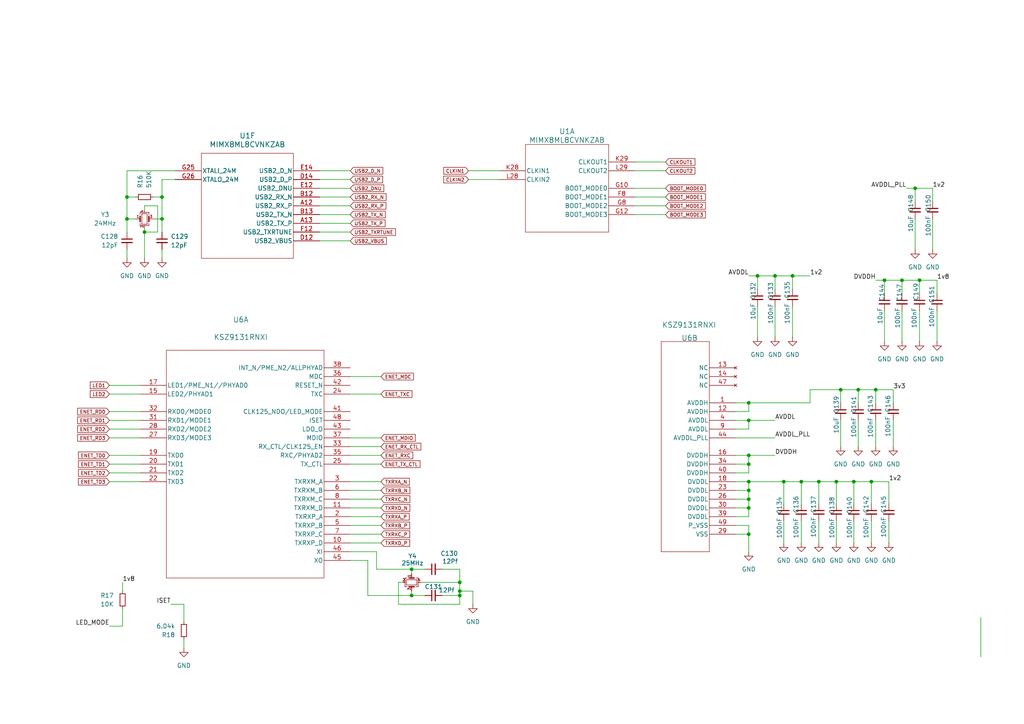
<source format=kicad_sch>
(kicad_sch (version 20231120) (generator "eeschema") (generator_version "8.0")
  (paper "A4")
  (lib_symbols
    (symbol "Device:C_Small" (pin_numbers hide) (pin_names (offset 0.254) hide)
      (property "Reference" "C" (at 0.254 1.778 0))
      (property "Value" "C_Small" (at 0.254 -2.032 0))
      (symbol "C_Small_1_1"
        (pin passive line (at 0 2.54 270) (length 2.032) (name "~") (number "1"))
        (pin passive line (at 0 -2.54 90) (length 2.032) (name "~") (number "2"))
      )
    )
    (symbol "Device:Crystal_GND24_Small" (pin_names (offset 1.016) hide)
      (property "Reference" "Y" (at 1.27 4.445 0))
      (property "Value" "Crystal_GND24_Small" (at 1.27 2.54 0))
      (symbol "Crystal_GND24_Small_1_1"
        (pin passive line (at -2.54 0 0) (length 1.27) (name "1") (number "1"))
        (pin passive line (at 0 -2.54 90) (length 0.635) (name "2") (number "2"))
        (pin passive line (at 2.54 0 180) (length 1.27) (name "3") (number "3"))
        (pin passive line (at 0 2.54 270) (length 0.635) (name "4") (number "4"))
      )
    )
    (symbol "Device:R_Small" (pin_numbers hide) (pin_names (offset 0.254) hide)
      (property "Reference" "R" (at 0.762 0.508 0))
      (property "Value" "R_Small" (at 0.762 -1.016 0))
      (symbol "R_Small_1_1"
        (pin passive line (at 0 2.54 270) (length 0.762) (name "~") (number "1"))
        (pin passive line (at 0 -2.54 90) (length 0.762) (name "~") (number "2"))
      )
    )
    (symbol "GND_1" (power) (pin_numbers hide) (pin_names (offset 0) hide)
      (property "Value" "GND" (at 0 -3.81 0))
      (symbol "GND_1_1_1"
        (pin power_in line (at 0 0 270) (length 0) (name "~") (number "1"))
      )
    )
    (symbol "GND_10" (power) (pin_numbers hide) (pin_names (offset 0) hide)
      (property "Value" "GND" (at 0 -3.81 0))
      (symbol "GND_10_1_1"
        (pin power_in line (at 0 0 270) (length 0) (name "~") (number "1"))
      )
    )
    (symbol "GND_11" (power) (pin_numbers hide) (pin_names (offset 0) hide)
      (property "Value" "GND" (at 0 -3.81 0))
      (symbol "GND_11_1_1"
        (pin power_in line (at 0 0 270) (length 0) (name "~") (number "1"))
      )
    )
    (symbol "GND_12" (power) (pin_numbers hide) (pin_names (offset 0) hide)
      (property "Value" "GND" (at 0 -3.81 0))
      (symbol "GND_12_1_1"
        (pin power_in line (at 0 0 270) (length 0) (name "~") (number "1"))
      )
    )
    (symbol "GND_13" (power) (pin_numbers hide) (pin_names (offset 0) hide)
      (property "Value" "GND" (at 0 -3.81 0))
      (symbol "GND_13_1_1"
        (pin power_in line (at 0 0 270) (length 0) (name "~") (number "1"))
      )
    )
    (symbol "GND_14" (power) (pin_numbers hide) (pin_names (offset 0) hide)
      (property "Value" "GND" (at 0 -3.81 0))
      (symbol "GND_14_1_1"
        (pin power_in line (at 0 0 270) (length 0) (name "~") (number "1"))
      )
    )
    (symbol "GND_15" (power) (pin_numbers hide) (pin_names (offset 0) hide)
      (property "Value" "GND" (at 0 -3.81 0))
      (symbol "GND_15_1_1"
        (pin power_in line (at 0 0 270) (length 0) (name "~") (number "1"))
      )
    )
    (symbol "GND_16" (power) (pin_numbers hide) (pin_names (offset 0) hide)
      (property "Value" "GND" (at 0 -3.81 0))
      (symbol "GND_16_1_1"
        (pin power_in line (at 0 0 270) (length 0) (name "~") (number "1"))
      )
    )
    (symbol "GND_17" (power) (pin_numbers hide) (pin_names (offset 0) hide)
      (property "Value" "GND" (at 0 -3.81 0))
      (symbol "GND_17_1_1"
        (pin power_in line (at 0 0 270) (length 0) (name "~") (number "1"))
      )
    )
    (symbol "GND_18" (power) (pin_numbers hide) (pin_names (offset 0) hide)
      (property "Value" "GND" (at 0 -3.81 0))
      (symbol "GND_18_1_1"
        (pin power_in line (at 0 0 270) (length 0) (name "~") (number "1"))
      )
    )
    (symbol "GND_19" (power) (pin_numbers hide) (pin_names (offset 0) hide)
      (property "Value" "GND" (at 0 -3.81 0))
      (symbol "GND_19_1_1"
        (pin power_in line (at 0 0 270) (length 0) (name "~") (number "1"))
      )
    )
    (symbol "GND_20" (power) (pin_numbers hide) (pin_names (offset 0) hide)
      (property "Value" "GND" (at 0 -3.81 0))
      (symbol "GND_20_1_1"
        (pin power_in line (at 0 0 270) (length 0) (name "~") (number "1"))
      )
    )
    (symbol "GND_21" (power) (pin_numbers hide) (pin_names (offset 0) hide)
      (property "Value" "GND" (at 0 -3.81 0))
      (symbol "GND_21_1_1"
        (pin power_in line (at 0 0 270) (length 0) (name "~") (number "1"))
      )
    )
    (symbol "GND_22" (power) (pin_numbers hide) (pin_names (offset 0) hide)
      (property "Value" "GND" (at 0 -3.81 0))
      (symbol "GND_22_1_1"
        (pin power_in line (at 0 0 270) (length 0) (name "~") (number "1"))
      )
    )
    (symbol "GND_23" (power) (pin_numbers hide) (pin_names (offset 0) hide)
      (property "Value" "GND" (at 0 -3.81 0))
      (symbol "GND_23_1_1"
        (pin power_in line (at 0 0 270) (length 0) (name "~") (number "1"))
      )
    )
    (symbol "GND_24" (power) (pin_numbers hide) (pin_names (offset 0) hide)
      (property "Value" "GND" (at 0 -3.81 0))
      (symbol "GND_24_1_1"
        (pin power_in line (at 0 0 270) (length 0) (name "~") (number "1"))
      )
    )
    (symbol "GND_25" (power) (pin_numbers hide) (pin_names (offset 0) hide)
      (property "Value" "GND" (at 0 -3.81 0))
      (symbol "GND_25_1_1"
        (pin power_in line (at 0 0 270) (length 0) (name "~") (number "1"))
      )
    )
    (symbol "GND_3" (power) (pin_numbers hide) (pin_names (offset 0) hide)
      (property "Value" "GND" (at 0 -3.81 0))
      (symbol "GND_3_1_1"
        (pin power_in line (at 0 0 270) (length 0) (name "~") (number "1"))
      )
    )
    (symbol "GND_5" (power) (pin_numbers hide) (pin_names (offset 0) hide)
      (property "Value" "GND" (at 0 -3.81 0))
      (symbol "GND_5_1_1"
        (pin power_in line (at 0 0 270) (length 0) (name "~") (number "1"))
      )
    )
    (symbol "GND_6" (power) (pin_numbers hide) (pin_names (offset 0) hide)
      (property "Value" "GND" (at 0 -3.81 0))
      (symbol "GND_6_1_1"
        (pin power_in line (at 0 0 270) (length 0) (name "~") (number "1"))
      )
    )
    (symbol "GND_7" (power) (pin_numbers hide) (pin_names (offset 0) hide)
      (property "Value" "GND" (at 0 -3.81 0))
      (symbol "GND_7_1_1"
        (pin power_in line (at 0 0 270) (length 0) (name "~") (number "1"))
      )
    )
    (symbol "GND_8" (power) (pin_numbers hide) (pin_names (offset 0) hide)
      (property "Value" "GND" (at 0 -3.81 0))
      (symbol "GND_8_1_1"
        (pin power_in line (at 0 0 270) (length 0) (name "~") (number "1"))
      )
    )
    (symbol "GND_9" (power) (pin_numbers hide) (pin_names (offset 0) hide)
      (property "Value" "GND" (at 0 -3.81 0))
      (symbol "GND_9_1_1"
        (pin power_in line (at 0 0 270) (length 0) (name "~") (number "1"))
      )
    )
    (symbol "KSZ9131RNXI:KSZ9131RNXI" (pin_names (offset 0.254))
      (property "Reference" "U" (at -5.08 35.56 0))
      (property "Value" "KSZ9131RNXI" (at -5.08 33.02 0))
      (symbol "KSZ9131RNXI_1_1"
        (pin unspecified line (at -38.1 -25.4 0) (length 7.62) (name "TXRXP_D") (number "10"))
        (pin unspecified line (at -38.1 -15.24 0) (length 7.62) (name "TXRXM_D") (number "11"))
        (pin bidirectional line (at 22.86 17.78 180) (length 7.62) (name "LED2/PHYAD1") (number "15"))
        (pin bidirectional line (at 22.86 20.32 180) (length 7.62) (name "LED1/PME_N1//PHYAD0") (number "17"))
        (pin input line (at 22.86 0 180) (length 7.62) (name "TXD0") (number "19"))
        (pin unspecified line (at -38.1 -17.78 0) (length 7.62) (name "TXRXP_A") (number "2"))
        (pin input line (at 22.86 -2.54 180) (length 7.62) (name "TXD1") (number "20"))
        (pin input line (at 22.86 -5.08 180) (length 7.62) (name "TXD2") (number "21"))
        (pin input line (at 22.86 -7.62 180) (length 7.62) (name "TXD3") (number "22"))
        (pin input line (at -38.1 17.78 0) (length 7.62) (name "TXC") (number "24"))
        (pin unspecified line (at -38.1 -2.54 0) (length 7.62) (name "TX_CTL") (number "25"))
        (pin bidirectional line (at 22.86 5.08 180) (length 7.62) (name "RXD3/MODE3") (number "27"))
        (pin bidirectional line (at 22.86 7.62 180) (length 7.62) (name "RXD2/MODE2") (number "28"))
        (pin unspecified line (at -38.1 -7.62 0) (length 7.62) (name "TXRXM_A") (number "3"))
        (pin bidirectional line (at 22.86 10.16 180) (length 7.62) (name "RXD1/MODE1") (number "31"))
        (pin bidirectional line (at 22.86 12.7 180) (length 7.62) (name "RXD0/MODE0") (number "32"))
        (pin unspecified line (at -38.1 2.54 0) (length 7.62) (name "RX_CTL/CLK125_EN") (number "33"))
        (pin bidirectional line (at -38.1 0 0) (length 7.62) (name "RXC/PHYAD2") (number "35"))
        (pin input line (at -38.1 22.86 0) (length 7.62) (name "MDC") (number "36"))
        (pin bidirectional line (at -38.1 5.08 0) (length 7.62) (name "MDIO") (number "37"))
        (pin input line (at -38.1 25.4 0) (length 7.62) (name "INT_N/PME_N2/ALLPHYAD") (number "38"))
        (pin unspecified line (at -38.1 12.7 0) (length 7.62) (name "CLK125_NDO/LED_MODE") (number "41"))
        (pin input line (at -38.1 20.32 0) (length 7.62) (name "RESET_N") (number "42"))
        (pin unspecified line (at -38.1 7.62 0) (length 7.62) (name "LDO_O") (number "43"))
        (pin unspecified line (at -38.1 -30.48 0) (length 7.62) (name "XO") (number "45"))
        (pin unspecified line (at -38.1 -27.94 0) (length 7.62) (name "XI") (number "46"))
        (pin unspecified line (at -38.1 10.16 0) (length 7.62) (name "ISET") (number "48"))
        (pin unspecified line (at -38.1 -20.32 0) (length 7.62) (name "TXRXP_B") (number "5"))
        (pin unspecified line (at -38.1 -10.16 0) (length 7.62) (name "TXRXM_B") (number "6"))
        (pin unspecified line (at -38.1 -22.86 0) (length 7.62) (name "TXRXP_C") (number "7"))
        (pin unspecified line (at -38.1 -12.7 0) (length 7.62) (name "TXRXM_C") (number "8"))
      )
      (symbol "KSZ9131RNXI_2_1"
        (pin power_in line (at 0 -10.16 0) (length 7.62) (name "AVDDH") (number "1"))
        (pin power_in line (at 0 -12.7 0) (length 7.62) (name "AVDDH") (number "12"))
        (pin no_connect line (at 0 0 0) (length 7.62) (name "NC") (number "13"))
        (pin no_connect line (at 0 -2.54 0) (length 7.62) (name "NC") (number "14"))
        (pin power_in line (at 0 -25.4 0) (length 7.62) (name "DVDDH") (number "16"))
        (pin power_in line (at 0 -33.02 0) (length 7.62) (name "DVDDL") (number "18"))
        (pin power_in line (at 0 -35.56 0) (length 7.62) (name "DVDDL") (number "23"))
        (pin power_in line (at 0 -38.1 0) (length 7.62) (name "DVDDL") (number "26"))
        (pin power_out line (at 0 -48.26 0) (length 7.62) (name "VSS") (number "29"))
        (pin power_in line (at 0 -40.64 0) (length 7.62) (name "DVDDL") (number "30"))
        (pin power_in line (at 0 -27.94 0) (length 7.62) (name "DVDDH") (number "34"))
        (pin power_in line (at 0 -43.18 0) (length 7.62) (name "DVDDL") (number "39"))
        (pin power_in line (at 0 -15.24 0) (length 7.62) (name "AVDDL") (number "4"))
        (pin power_in line (at 0 -30.48 0) (length 7.62) (name "DVDDH") (number "40"))
        (pin power_in line (at 0 -20.32 0) (length 7.62) (name "AVDDL_PLL") (number "44"))
        (pin no_connect line (at 0 -5.08 0) (length 7.62) (name "NC") (number "47"))
        (pin power_out line (at 0 -45.72 0) (length 7.62) (name "P_VSS") (number "49"))
        (pin power_in line (at 0 -17.78 0) (length 7.62) (name "AVDDL") (number "9"))
      )
    )
    (symbol "KSZ9131RNXI_1" (pin_names (offset 0.254))
      (property "Reference" "U" (at -5.08 35.56 0))
      (property "Value" "KSZ9131RNXI" (at -5.08 33.02 0))
      (symbol "KSZ9131RNXI_1_1_1"
        (pin unspecified line (at -38.1 -25.4 0) (length 7.62) (name "TXRXP_D") (number "10"))
        (pin unspecified line (at -38.1 -15.24 0) (length 7.62) (name "TXRXM_D") (number "11"))
        (pin bidirectional line (at 22.86 17.78 180) (length 7.62) (name "LED2/PHYAD1") (number "15"))
        (pin bidirectional line (at 22.86 20.32 180) (length 7.62) (name "LED1/PME_N1//PHYAD0") (number "17"))
        (pin input line (at 22.86 0 180) (length 7.62) (name "TXD0") (number "19"))
        (pin unspecified line (at -38.1 -17.78 0) (length 7.62) (name "TXRXP_A") (number "2"))
        (pin input line (at 22.86 -2.54 180) (length 7.62) (name "TXD1") (number "20"))
        (pin input line (at 22.86 -5.08 180) (length 7.62) (name "TXD2") (number "21"))
        (pin input line (at 22.86 -7.62 180) (length 7.62) (name "TXD3") (number "22"))
        (pin input line (at -38.1 17.78 0) (length 7.62) (name "TXC") (number "24"))
        (pin unspecified line (at -38.1 -2.54 0) (length 7.62) (name "TX_CTL") (number "25"))
        (pin bidirectional line (at 22.86 5.08 180) (length 7.62) (name "RXD3/MODE3") (number "27"))
        (pin bidirectional line (at 22.86 7.62 180) (length 7.62) (name "RXD2/MODE2") (number "28"))
        (pin unspecified line (at -38.1 -7.62 0) (length 7.62) (name "TXRXM_A") (number "3"))
        (pin bidirectional line (at 22.86 10.16 180) (length 7.62) (name "RXD1/MODE1") (number "31"))
        (pin bidirectional line (at 22.86 12.7 180) (length 7.62) (name "RXD0/MODE0") (number "32"))
        (pin unspecified line (at -38.1 2.54 0) (length 7.62) (name "RX_CTL/CLK125_EN") (number "33"))
        (pin bidirectional line (at -38.1 0 0) (length 7.62) (name "RXC/PHYAD2") (number "35"))
        (pin input line (at -38.1 22.86 0) (length 7.62) (name "MDC") (number "36"))
        (pin bidirectional line (at -38.1 5.08 0) (length 7.62) (name "MDIO") (number "37"))
        (pin input line (at -38.1 25.4 0) (length 7.62) (name "INT_N/PME_N2/ALLPHYAD") (number "38"))
        (pin unspecified line (at -38.1 12.7 0) (length 7.62) (name "CLK125_NDO/LED_MODE") (number "41"))
        (pin input line (at -38.1 20.32 0) (length 7.62) (name "RESET_N") (number "42"))
        (pin unspecified line (at -38.1 7.62 0) (length 7.62) (name "LDO_O") (number "43"))
        (pin unspecified line (at -38.1 -30.48 0) (length 7.62) (name "XO") (number "45"))
        (pin unspecified line (at -38.1 -27.94 0) (length 7.62) (name "XI") (number "46"))
        (pin unspecified line (at -38.1 10.16 0) (length 7.62) (name "ISET") (number "48"))
        (pin unspecified line (at -38.1 -20.32 0) (length 7.62) (name "TXRXP_B") (number "5"))
        (pin unspecified line (at -38.1 -10.16 0) (length 7.62) (name "TXRXM_B") (number "6"))
        (pin unspecified line (at -38.1 -22.86 0) (length 7.62) (name "TXRXP_C") (number "7"))
        (pin unspecified line (at -38.1 -12.7 0) (length 7.62) (name "TXRXM_C") (number "8"))
      )
      (symbol "KSZ9131RNXI_1_2_1"
        (pin power_in line (at 0 -10.16 0) (length 7.62) (name "AVDDH") (number "1"))
        (pin power_in line (at 0 -12.7 0) (length 7.62) (name "AVDDH") (number "12"))
        (pin no_connect line (at 0 0 0) (length 7.62) (name "NC") (number "13"))
        (pin no_connect line (at 0 -2.54 0) (length 7.62) (name "NC") (number "14"))
        (pin power_in line (at 0 -25.4 0) (length 7.62) (name "DVDDH") (number "16"))
        (pin power_in line (at 0 -33.02 0) (length 7.62) (name "DVDDL") (number "18"))
        (pin power_in line (at 0 -35.56 0) (length 7.62) (name "DVDDL") (number "23"))
        (pin power_in line (at 0 -38.1 0) (length 7.62) (name "DVDDL") (number "26"))
        (pin power_out line (at 0 -48.26 0) (length 7.62) (name "VSS") (number "29"))
        (pin power_in line (at 0 -40.64 0) (length 7.62) (name "DVDDL") (number "30"))
        (pin power_in line (at 0 -27.94 0) (length 7.62) (name "DVDDH") (number "34"))
        (pin power_in line (at 0 -43.18 0) (length 7.62) (name "DVDDL") (number "39"))
        (pin power_in line (at 0 -15.24 0) (length 7.62) (name "AVDDL") (number "4"))
        (pin power_in line (at 0 -30.48 0) (length 7.62) (name "DVDDH") (number "40"))
        (pin power_in line (at 0 -20.32 0) (length 7.62) (name "AVDDL_PLL") (number "44"))
        (pin no_connect line (at 0 -5.08 0) (length 7.62) (name "NC") (number "47"))
        (pin power_out line (at 0 -45.72 0) (length 7.62) (name "P_VSS") (number "49"))
        (pin power_in line (at 0 -17.78 0) (length 7.62) (name "AVDDL") (number "9"))
      )
    )
    (symbol "MIMX8ML8CVNKZAB:MIMX8ML8CVNKZAB" (pin_names (offset 0.254))
      (property "Reference" "U" (at 27.94 12.7 0))
      (property "Value" "MIMX8ML8CVNKZAB" (at 27.94 10.16 0))
      (symbol "MIMX8ML8CVNKZAB_1_1"
        (pin bidirectional line (at 55.88 -7.62 180) (length 7.62) (name "BOOT_MODE1") (number "F8"))
        (pin bidirectional line (at 55.88 -5.08 180) (length 7.62) (name "BOOT_MODE0") (number "G10"))
        (pin bidirectional line (at 55.88 -12.7 180) (length 7.62) (name "BOOT_MODE3") (number "G12"))
        (pin bidirectional line (at 55.88 -10.16 180) (length 7.62) (name "BOOT_MODE2") (number "G8"))
        (pin input line (at 16.51 0 0) (length 7.62) (name "CLKIN1") (number "K28"))
        (pin output line (at 55.88 2.54 180) (length 7.62) (name "CLKOUT1") (number "K29"))
        (pin input line (at 16.51 -2.54 0) (length 7.62) (name "CLKIN2") (number "L28"))
        (pin output line (at 55.88 0 180) (length 7.62) (name "CLKOUT2") (number "L29"))
      )
      (symbol "MIMX8ML8CVNKZAB_2_1"
        (pin bidirectional line (at 0 -111.76 0) (length 7.62) (name "DRAM_DQ01") (number "A2"))
        (pin bidirectional line (at 57.15 -73.66 180) (length 7.62) (name "DRAM_DQS2_N") (number "AA1"))
        (pin bidirectional line (at 57.15 -76.2 180) (length 7.62) (name "DRAM_DQS2_P") (number "AA2"))
        (pin bidirectional line (at 0 -48.26 0) (length 7.62) (name "DRAM_AC20") (number "AA4"))
        (pin bidirectional line (at 0 -50.8 0) (length 7.62) (name "DRAM_AC21") (number "AA5"))
        (pin bidirectional line (at 0 -53.34 0) (length 7.62) (name "DRAM_AC22") (number "AA6"))
        (pin bidirectional line (at 57.15 -25.4 180) (length 7.62) (name "DRAM_DQ17") (number "AB1"))
        (pin bidirectional line (at 0 -104.14 0) (length 7.62) (name "DRAM_DM2") (number "AB2"))
        (pin bidirectional line (at 57.15 -22.86 180) (length 7.62) (name "DRAM_DQ16") (number "AC1"))
        (pin bidirectional line (at 57.15 -38.1 180) (length 7.62) (name "DRAM_DQ22") (number "AC2"))
        (pin bidirectional line (at 57.15 -104.14 180) (length 7.62) (name "ECSPI1_MOSI") (number "AC20"))
        (pin bidirectional line (at 0 -91.44 0) (length 7.62) (name "DRAM_AC37") (number "AC4"))
        (pin bidirectional line (at 0 -93.98 0) (length 7.62) (name "DRAM_AC38") (number "AC5"))
        (pin bidirectional line (at 57.15 -40.64 180) (length 7.62) (name "DRAM_DQ23") (number "AD1"))
        (pin bidirectional line (at 57.15 -50.8 180) (length 7.62) (name "DRAM_DQ27") (number "AD2"))
        (pin bidirectional line (at 57.15 -101.6 180) (length 7.62) (name "ECSPI1_MISO") (number "AD20"))
        (pin bidirectional line (at 57.15 -48.26 180) (length 7.62) (name "DRAM_DQ26") (number "AE1"))
        (pin bidirectional line (at 57.15 -53.34 180) (length 7.62) (name "DRAM_DQ28") (number "AE2"))
        (pin bidirectional line (at 57.15 -109.22 180) (length 7.62) (name "ECSPI1_SS0") (number "AE20"))
        (pin bidirectional line (at 0 -73.66 0) (length 7.62) (name "DRAM_AC30") (number "AE4"))
        (pin bidirectional line (at 57.15 -78.74 180) (length 7.62) (name "DRAM_DQS3_N") (number "AF1"))
        (pin bidirectional line (at 57.15 -81.28 180) (length 7.62) (name "DRAM_DQS3_P") (number "AF2"))
        (pin bidirectional line (at 57.15 -106.68 180) (length 7.62) (name "ECSPI1_SCLK") (number "AF20"))
        (pin bidirectional line (at 0 -76.2 0) (length 7.62) (name "DRAM_AC31") (number "AF4"))
        (pin bidirectional line (at 57.15 -55.88 180) (length 7.62) (name "DRAM_DQ29") (number "AG1"))
        (pin bidirectional line (at 57.15 -58.42 180) (length 7.62) (name "DRAM_DQ30") (number "AG2"))
        (pin bidirectional line (at 57.15 -60.96 180) (length 7.62) (name "DRAM_DQ31") (number "AH1"))
        (pin bidirectional line (at 0 -106.68 0) (length 7.62) (name "DRAM_DM3") (number "AH2"))
        (pin bidirectional line (at 57.15 -111.76 180) (length 7.62) (name "ECSPI2_MISO") (number "AH20"))
        (pin bidirectional line (at 57.15 -116.84 180) (length 7.62) (name "ECSPI2_SCLK") (number "AH21"))
        (pin unspecified line (at 57.15 -93.98 180) (length 7.62) (name "EARC_N_HPD") (number "AH22"))
        (pin unspecified line (at 57.15 -91.44 180) (length 7.62) (name "EARC_AUX") (number "AH23"))
        (pin bidirectional line (at 57.15 -43.18 180) (length 7.62) (name "DRAM_DQ24") (number "AH3"))
        (pin bidirectional line (at 57.15 -45.72 180) (length 7.62) (name "DRAM_DQ25") (number "AJ2"))
        (pin bidirectional line (at 57.15 -114.3 180) (length 7.62) (name "ECSPI2_MOSI") (number "AJ21"))
        (pin bidirectional line (at 57.15 -119.38 180) (length 7.62) (name "ECSPI2_SS0") (number "AJ22"))
        (pin unspecified line (at 57.15 -96.52 180) (length 7.62) (name "EARC_P_UTIL") (number "AJ23"))
        (pin bidirectional line (at 57.15 0 180) (length 7.62) (name "DRAM_DQ07") (number "B1"))
        (pin bidirectional line (at 0 -99.06 0) (length 7.62) (name "DRAM_DM0") (number "B2"))
        (pin bidirectional line (at 0 -109.22 0) (length 7.62) (name "DRAM_DQ00") (number "B3"))
        (pin bidirectional line (at 0 -121.92 0) (length 7.62) (name "DRAM_DQ05") (number "C1"))
        (pin bidirectional line (at 0 -124.46 0) (length 7.62) (name "DRAM_DQ06") (number "C2"))
        (pin bidirectional line (at 57.15 -63.5 180) (length 7.62) (name "DRAM_DQS0_N") (number "D1"))
        (pin bidirectional line (at 57.15 -66.04 180) (length 7.62) (name "DRAM_DQS0_P") (number "D2"))
        (pin bidirectional line (at 0 -27.94 0) (length 7.62) (name "DRAM_AC11") (number "D4"))
        (pin bidirectional line (at 0 -114.3 0) (length 7.62) (name "DRAM_DQ02") (number "E1"))
        (pin bidirectional line (at 0 -119.38 0) (length 7.62) (name "DRAM_DQ04") (number "E2"))
        (pin bidirectional line (at 0 -25.4 0) (length 7.62) (name "DRAM_AC10") (number "E4"))
        (pin bidirectional line (at 57.15 -20.32 180) (length 7.62) (name "DRAM_DQ15") (number "F1"))
        (pin bidirectional line (at 0 -116.84 0) (length 7.62) (name "DRAM_DQ03") (number "F2"))
        (pin bidirectional line (at 57.15 -2.54 180) (length 7.62) (name "DRAM_DQ08") (number "G1"))
        (pin bidirectional line (at 57.15 -17.78 180) (length 7.62) (name "DRAM_DQ14") (number "G2"))
        (pin bidirectional line (at 0 -15.24 0) (length 7.62) (name "DRAM_AC06") (number "G4"))
        (pin bidirectional line (at 0 -2.54 0) (length 7.62) (name "DRAM_AC01") (number "G5"))
        (pin bidirectional line (at 57.15 -5.08 180) (length 7.62) (name "DRAM_DQ09") (number "H1"))
        (pin bidirectional line (at 0 -101.6 0) (length 7.62) (name "DRAM_DM1") (number "H2"))
        (pin bidirectional line (at 57.15 -68.58 180) (length 7.62) (name "DRAM_DQS1_N") (number "J1"))
        (pin bidirectional line (at 57.15 -71.12 180) (length 7.62) (name "DRAM_DQS1_P") (number "J2"))
        (pin bidirectional line (at 0 -7.62 0) (length 7.62) (name "DRAM_AC03") (number "J4"))
        (pin bidirectional line (at 0 -17.78 0) (length 7.62) (name "DRAM_AC07") (number "J5"))
        (pin bidirectional line (at 0 0 0) (length 7.62) (name "DRAM_AC00") (number "J6"))
        (pin bidirectional line (at 57.15 -7.62 180) (length 7.62) (name "DRAM_DQ10") (number "K1"))
        (pin bidirectional line (at 57.15 -10.16 180) (length 7.62) (name "DRAM_DQ11") (number "K2"))
        (pin bidirectional line (at 57.15 -15.24 180) (length 7.62) (name "DRAM_DQ13") (number "L1"))
        (pin bidirectional line (at 57.15 -12.7 180) (length 7.62) (name "DRAM_DQ12") (number "L2"))
        (pin bidirectional line (at 0 -22.86 0) (length 7.62) (name "DRAM_AC09") (number "L4"))
        (pin bidirectional line (at 0 -35.56 0) (length 7.62) (name "DRAM_AC14") (number "L5"))
        (pin bidirectional line (at 0 -20.32 0) (length 7.62) (name "DRAM_AC08") (number "L6"))
        (pin bidirectional line (at 0 -10.16 0) (length 7.62) (name "DRAM_AC04") (number "M1"))
        (pin bidirectional line (at 0 -12.7 0) (length 7.62) (name "DRAM_AC05") (number "M2"))
        (pin bidirectional line (at 0 -40.64 0) (length 7.62) (name "DRAM_AC16") (number "N1"))
        (pin bidirectional line (at 0 -43.18 0) (length 7.62) (name "DRAM_AC17") (number "N2"))
        (pin bidirectional line (at 0 -30.48 0) (length 7.62) (name "DRAM_AC12") (number "N4"))
        (pin bidirectional line (at 0 -33.02 0) (length 7.62) (name "DRAM_AC13") (number "N5"))
        (pin bidirectional line (at 0 -5.08 0) (length 7.62) (name "DRAM_AC02") (number "N6"))
        (pin bidirectional line (at 0 -63.5 0) (length 7.62) (name "DRAM_AC26") (number "P1"))
        (pin bidirectional line (at 0 -45.72 0) (length 7.62) (name "DRAM_AC19") (number "P2"))
        (pin unspecified line (at 57.15 -86.36 180) (length 7.62) (name "DRAM_ZN") (number "R1"))
        (pin bidirectional line (at 0 -66.04 0) (length 7.62) (name "DRAM_AC27") (number "R4"))
        (pin bidirectional line (at 0 -38.1 0) (length 7.62) (name "DRAM_AC15") (number "R5"))
        (pin unspecified line (at 57.15 -83.82 180) (length 7.62) (name "DRAM_RESET_N") (number "T1"))
        (pin unspecified line (at 0 -96.52 0) (length 7.62) (name "DRAM_ALERT_N") (number "T2"))
        (pin bidirectional line (at 0 -83.82 0) (length 7.62) (name "DRAM_AC34") (number "U1"))
        (pin bidirectional line (at 0 -86.36 0) (length 7.62) (name "DRAM_AC35") (number "U2"))
        (pin bidirectional line (at 0 -55.88 0) (length 7.62) (name "DRAM_AC23") (number "U4"))
        (pin bidirectional line (at 0 -78.74 0) (length 7.62) (name "DRAM_AC32") (number "U5"))
        (pin bidirectional line (at 0 -81.28 0) (length 7.62) (name "DRAM_AC33") (number "U6"))
        (pin bidirectional line (at 0 -60.96 0) (length 7.62) (name "DRAM_AC25") (number "V1"))
        (pin bidirectional line (at 0 -58.42 0) (length 7.62) (name "DRAM_AC24") (number "V2"))
        (pin bidirectional line (at 57.15 -35.56 180) (length 7.62) (name "DRAM_DQ21") (number "W1"))
        (pin bidirectional line (at 57.15 -27.94 180) (length 7.62) (name "DRAM_DQ18") (number "W2"))
        (pin bidirectional line (at 0 -68.58 0) (length 7.62) (name "DRAM_AC28") (number "W4"))
        (pin bidirectional line (at 0 -71.12 0) (length 7.62) (name "DRAM_AC29") (number "W5"))
        (pin bidirectional line (at 0 -88.9 0) (length 7.62) (name "DRAM_AC36") (number "W6"))
        (pin bidirectional line (at 57.15 -33.02 180) (length 7.62) (name "DRAM_DQ20") (number "Y1"))
        (pin bidirectional line (at 57.15 -30.48 180) (length 7.62) (name "DRAM_DQ19") (number "Y2"))
      )
      (symbol "MIMX8ML8CVNKZAB_3_1"
        (pin bidirectional line (at 53.34 -111.76 180) (length 7.62) (name "LVDS1_D0_P") (number "A26"))
        (pin bidirectional line (at 53.34 -116.84 180) (length 7.62) (name "LVDS1_D1_P") (number "A27"))
        (pin bidirectional line (at 53.34 -83.82 180) (length 7.62) (name "LVDS1_CLK_P") (number "A28"))
        (pin bidirectional line (at 53.34 -33.02 180) (length 7.62) (name "GPIO1_IO06") (number "A3"))
        (pin bidirectional line (at 53.34 -53.34 180) (length 7.62) (name "GPIO1_IO14") (number "A4"))
        (pin bidirectional line (at 53.34 -48.26 180) (length 7.62) (name "GPIO1_IO12") (number "A5"))
        (pin bidirectional line (at 53.34 -50.8 180) (length 7.62) (name "GPIO1_IO13") (number "A6"))
        (pin bidirectional line (at 53.34 -17.78 180) (length 7.62) (name "GPIO1_IO00") (number "A7"))
        (pin bidirectional line (at 53.34 -38.1 180) (length 7.62) (name "GPIO1_IO08") (number "A8"))
        (pin unspecified line (at 0 -25.4 0) (length 7.62) (name "HDMI_DDC_SCL") (number "AC22"))
        (pin bidirectional line (at 0 -10.16 0) (length 7.62) (name "ENET_TD0") (number "AC25"))
        (pin bidirectional line (at 0 -58.42 0) (length 7.62) (name "I2C1_SCL") (number "AC8"))
        (pin unspecified line (at 0 -22.86 0) (length 7.62) (name "HDMI_CEC") (number "AD22"))
        (pin bidirectional line (at 0 -17.78 0) (length 7.62) (name "ENET_TD3") (number "AD24"))
        (pin bidirectional line (at 53.34 -71.12 180) (length 7.62) (name "I2C4_SDA") (number "AD8"))
        (pin unspecified line (at 0 -30.48 0) (length 7.62) (name "HDMI_HPD") (number "AE22"))
        (pin unspecified line (at 53.34 -12.7 180) (length 7.62) (name "ENET_TXC") (number "AE24"))
        (pin bidirectional line (at 0 -12.7 0) (length 7.62) (name "ENET_TD1") (number "AE26"))
        (pin unspecified line (at 53.34 -5.08 180) (length 7.62) (name "ENET_RX_CTL") (number "AE28"))
        (pin unspecified line (at 53.34 -7.62 180) (length 7.62) (name "ENET_RXC") (number "AE29"))
        (pin bidirectional line (at 53.34 -63.5 180) (length 7.62) (name "I2C2_SDA") (number "AE8"))
        (pin unspecified line (at 0 -27.94 0) (length 7.62) (name "HDMI_DDC_SDA") (number "AF22"))
        (pin unspecified line (at 53.34 -10.16 180) (length 7.62) (name "ENET_TX_CTL") (number "AF24"))
        (pin bidirectional line (at 0 -15.24 0) (length 7.62) (name "ENET_TD2") (number "AF26"))
        (pin bidirectional line (at 0 -7.62 0) (length 7.62) (name "ENET_RD3") (number "AF28"))
        (pin bidirectional line (at 0 -5.08 0) (length 7.62) (name "ENET_RD2") (number "AF29"))
        (pin bidirectional line (at 53.34 -68.58 180) (length 7.62) (name "I2C4_SCL") (number "AF8"))
        (pin bidirectional line (at 0 -2.54 0) (length 7.62) (name "ENET_RD1") (number "AG28"))
        (pin bidirectional line (at 0 0 0) (length 7.62) (name "ENET_RD0") (number "AG29"))
        (pin unspecified line (at 0 -53.34 0) (length 7.62) (name "HDMI_TXC_P") (number "AH24"))
        (pin bidirectional line (at 0 -38.1 0) (length 7.62) (name "HDMI_TX0_P") (number "AH25"))
        (pin bidirectional line (at 0 -43.18 0) (length 7.62) (name "HDMI_TX1_P") (number "AH26"))
        (pin bidirectional line (at 0 -48.26 0) (length 7.62) (name "HDMI_TX2_P") (number "AH27"))
        (pin unspecified line (at 53.34 0 180) (length 7.62) (name "ENET_MDC") (number "AH28"))
        (pin unspecified line (at 53.34 -2.54 180) (length 7.62) (name "ENET_MDIO") (number "AH29"))
        (pin bidirectional line (at 53.34 -60.96 180) (length 7.62) (name "I2C2_SCL") (number "AH6"))
        (pin bidirectional line (at 0 -60.96 0) (length 7.62) (name "I2C1_SDA") (number "AH7"))
        (pin unspecified line (at 0 -50.8 0) (length 7.62) (name "HDMI_TXC_N") (number "AJ24"))
        (pin bidirectional line (at 0 -35.56 0) (length 7.62) (name "HDMI_TX0_N") (number "AJ25"))
        (pin bidirectional line (at 0 -40.64 0) (length 7.62) (name "HDMI_TX1_N") (number "AJ26"))
        (pin bidirectional line (at 0 -45.72 0) (length 7.62) (name "HDMI_TX2_N") (number "AJ27"))
        (pin unspecified line (at 0 -33.02 0) (length 7.62) (name "HDMI_REXT") (number "AJ28"))
        (pin bidirectional line (at 0 -68.58 0) (length 7.62) (name "I2C3_SDA") (number "AJ6"))
        (pin bidirectional line (at 0 -66.04 0) (length 7.62) (name "I2C3_SCL") (number "AJ7"))
        (pin bidirectional line (at 53.34 -109.22 180) (length 7.62) (name "LVDS1_D0_N") (number "B26"))
        (pin bidirectional line (at 53.34 -114.3 180) (length 7.62) (name "LVDS1_D1_N") (number "B27"))
        (pin bidirectional line (at 53.34 -81.28 180) (length 7.62) (name "LVDS1_CLK_N") (number "B28"))
        (pin bidirectional line (at 53.34 -121.92 180) (length 7.62) (name "LVDS1_D2_P") (number "B29"))
        (pin bidirectional line (at 53.34 -30.48 180) (length 7.62) (name "GPIO1_IO05") (number "B4"))
        (pin bidirectional line (at 53.34 -55.88 180) (length 7.62) (name "GPIO1_IO15") (number "B5"))
        (pin bidirectional line (at 53.34 -22.86 180) (length 7.62) (name "GPIO1_IO02") (number "B6"))
        (pin bidirectional line (at 53.34 -43.18 180) (length 7.62) (name "GPIO1_IO10") (number "B7"))
        (pin bidirectional line (at 53.34 -40.64 180) (length 7.62) (name "GPIO1_IO09") (number "B8"))
        (pin bidirectional line (at 53.34 -119.38 180) (length 7.62) (name "LVDS1_D2_N") (number "C28"))
        (pin bidirectional line (at 53.34 -127 180) (length 7.62) (name "LVDS1_D3_P") (number "C29"))
        (pin bidirectional line (at 53.34 -124.46 180) (length 7.62) (name "LVDS1_D3_N") (number "D28"))
        (pin bidirectional line (at 53.34 -91.44 180) (length 7.62) (name "LVDS0_D0_P") (number "D29"))
        (pin bidirectional line (at 53.34 -25.4 180) (length 7.62) (name "GPIO1_IO03") (number "D6"))
        (pin bidirectional line (at 53.34 -45.72 180) (length 7.62) (name "GPIO1_IO11") (number "D8"))
        (pin bidirectional line (at 53.34 -88.9 180) (length 7.62) (name "LVDS0_D0_N") (number "E28"))
        (pin bidirectional line (at 53.34 -96.52 180) (length 7.62) (name "LVDS0_D1_P") (number "E29"))
        (pin bidirectional line (at 53.34 -27.94 180) (length 7.62) (name "GPIO1_IO04") (number "E6"))
        (pin bidirectional line (at 53.34 -20.32 180) (length 7.62) (name "GPIO1_IO01") (number "E8"))
        (pin unspecified line (at 0 -81.28 0) (length 7.62) (name "JTAG_TDO") (number "F14"))
        (pin bidirectional line (at 53.34 -93.98 180) (length 7.62) (name "LVDS0_D1_N") (number "F28"))
        (pin bidirectional line (at 53.34 -78.74 180) (length 7.62) (name "LVDS0_CLK_P") (number "F29"))
        (pin bidirectional line (at 53.34 -35.56 180) (length 7.62) (name "GPIO1_IO07") (number "F6"))
        (pin unspecified line (at 0 -83.82 0) (length 7.62) (name "JTAG_TMS") (number "G14"))
        (pin unspecified line (at 0 -78.74 0) (length 7.62) (name "JTAG_TDI") (number "G16"))
        (pin unspecified line (at 0 -76.2 0) (length 7.62) (name "JTAG_TCK") (number "G18"))
        (pin unspecified line (at 0 -73.66 0) (length 7.62) (name "JTAG_MOD") (number "G20"))
        (pin bidirectional line (at 53.34 -76.2 180) (length 7.62) (name "LVDS0_CLK_N") (number "G28"))
        (pin bidirectional line (at 53.34 -101.6 180) (length 7.62) (name "LVDS0_D2_P") (number "G29"))
        (pin bidirectional line (at 53.34 -99.06 180) (length 7.62) (name "LVDS0_D2_N") (number "H28"))
        (pin bidirectional line (at 53.34 -106.68 180) (length 7.62) (name "LVDS0_D3_P") (number "H29"))
        (pin bidirectional line (at 53.34 -104.14 180) (length 7.62) (name "LVDS0_D3_N") (number "J28"))
      )
      (symbol "MIMX8ML8CVNKZAB_4_1"
        (pin unspecified line (at 0 -83.82 0) (length 7.62) (name "PCIE_RXN_P") (number "A14"))
        (pin unspecified line (at 0 -88.9 0) (length 7.62) (name "PCIE_TXN_P") (number "A15"))
        (pin bidirectional line (at 0 -43.18 0) (length 7.62) (name "MIPI_DSI1_D0_P") (number "A16"))
        (pin bidirectional line (at 0 -48.26 0) (length 7.62) (name "MIPI_DSI1_D1_P") (number "A17"))
        (pin bidirectional line (at 60.96 -15.24 180) (length 7.62) (name "MIPI_DSI1_CLK_P") (number "A18"))
        (pin bidirectional line (at 0 -53.34 0) (length 7.62) (name "MIPI_DSI1_D2_P") (number "A19"))
        (pin bidirectional line (at 0 -58.42 0) (length 7.62) (name "MIPI_DSI1_D3_P") (number "A20"))
        (pin bidirectional line (at 0 -38.1 0) (length 7.62) (name "MIPI_CSI2_D3_P") (number "A21"))
        (pin bidirectional line (at 0 -33.02 0) (length 7.62) (name "MIPI_CSI2_D2_P") (number "A22"))
        (pin bidirectional line (at 60.96 -10.16 180) (length 7.62) (name "MIPI_CSI2_CLK_P") (number "A23"))
        (pin bidirectional line (at 0 -27.94 0) (length 7.62) (name "MIPI_CSI2_D1_P") (number "A24"))
        (pin bidirectional line (at 0 -22.86 0) (length 7.62) (name "MIPI_CSI2_D0_P") (number "A25"))
        (pin bidirectional line (at 60.96 -91.44 180) (length 7.62) (name "SAI1_MCLK") (number "AE12"))
        (pin bidirectional line (at 60.96 -101.6 180) (length 7.62) (name "SAI1_TXFS") (number "AF12"))
        (pin bidirectional line (at 60.96 -93.98 180) (length 7.62) (name "SAI1_RXC") (number "AH8"))
        (pin bidirectional line (at 60.96 -99.06 180) (length 7.62) (name "SAI1_TXC") (number "AJ12"))
        (pin bidirectional line (at 60.96 -96.52 180) (length 7.62) (name "SAI1_RXFS") (number "AJ9"))
        (pin unspecified line (at 0 -81.28 0) (length 7.62) (name "PCIE_RXN_N") (number "B14"))
        (pin unspecified line (at 0 -86.36 0) (length 7.62) (name "PCIE_TXN_N") (number "B15"))
        (pin bidirectional line (at 0 -40.64 0) (length 7.62) (name "MIPI_DSI1_D0_N") (number "B16"))
        (pin bidirectional line (at 0 -45.72 0) (length 7.62) (name "MIPI_DSI1_D1_N") (number "B17"))
        (pin bidirectional line (at 60.96 -12.7 180) (length 7.62) (name "MIPI_DSI1_CLK_N") (number "B18"))
        (pin bidirectional line (at 0 -50.8 0) (length 7.62) (name "MIPI_DSI1_D2_N") (number "B19"))
        (pin bidirectional line (at 0 -55.88 0) (length 7.62) (name "MIPI_DSI1_D3_N") (number "B20"))
        (pin bidirectional line (at 0 -35.56 0) (length 7.62) (name "MIPI_CSI2_D3_N") (number "B21"))
        (pin bidirectional line (at 0 -30.48 0) (length 7.62) (name "MIPI_CSI2_D2_N") (number "B22"))
        (pin bidirectional line (at 60.96 -7.62 180) (length 7.62) (name "MIPI_CSI2_CLK_N") (number "B23"))
        (pin bidirectional line (at 0 -25.4 0) (length 7.62) (name "MIPI_CSI2_D1_N") (number "B24"))
        (pin bidirectional line (at 0 -20.32 0) (length 7.62) (name "MIPI_CSI2_D0_N") (number "B25"))
        (pin unspecified line (at 0 -76.2 0) (length 7.62) (name "PCIE_REF_PAD_CLK_P") (number "D16"))
        (pin bidirectional line (at 0 -2.54 0) (length 7.62) (name "MIPI_CSI1_D0_P") (number "D18"))
        (pin bidirectional line (at 0 -7.62 0) (length 7.62) (name "MIPI_CSI1_D1_P") (number "D20"))
        (pin bidirectional line (at 60.96 -5.08 180) (length 7.62) (name "MIPI_CSI1_CLK_P") (number "D22"))
        (pin bidirectional line (at 0 -12.7 0) (length 7.62) (name "MIPI_CSI1_D2_P") (number "D24"))
        (pin bidirectional line (at 0 -17.78 0) (length 7.62) (name "MIPI_CSI1_D3_P") (number "D26"))
        (pin unspecified line (at 0 -73.66 0) (length 7.62) (name "PCIE_REF_PAD_CLK_N") (number "E16"))
        (pin bidirectional line (at 0 0 0) (length 7.62) (name "MIPI_CSI1_D0_N") (number "E18"))
        (pin bidirectional line (at 0 -5.08 0) (length 7.62) (name "MIPI_CSI1_D1_N") (number "E20"))
        (pin bidirectional line (at 60.96 -2.54 180) (length 7.62) (name "MIPI_CSI1_CLK_N") (number "E22"))
        (pin bidirectional line (at 0 -10.16 0) (length 7.62) (name "MIPI_CSI1_D2_N") (number "E24"))
        (pin bidirectional line (at 0 -15.24 0) (length 7.62) (name "MIPI_CSI1_D3_N") (number "E26"))
        (pin unspecified line (at 0 -78.74 0) (length 7.62) (name "PCIE_RESREF") (number "F16"))
        (pin unspecified line (at 60.96 -20.32 180) (length 7.62) (name "MIPI_VREG1_CAP") (number "F18"))
        (pin unspecified line (at 60.96 -76.2 180) (length 7.62) (name "PMIC_ON_REQ") (number "F22"))
        (pin unspecified line (at 60.96 -17.78 180) (length 7.62) (name "MIPI_TEST_DNU") (number "F24"))
        (pin unspecified line (at 0 -68.58 0) (length 7.62) (name "ONOFF") (number "G22"))
        (pin unspecified line (at 60.96 -78.74 180) (length 7.62) (name "PMIC_STBY_REQ") (number "J24"))
        (pin unspecified line (at 60.96 -83.82 180) (length 7.62) (name "RTC_XTALI") (number "J25"))
        (pin unspecified line (at 60.96 -86.36 180) (length 7.62) (name "RTC_XTALO") (number "J26"))
        (pin unspecified line (at 0 -91.44 0) (length 7.62) (name "POR_B") (number "J29"))
        (pin bidirectional line (at 60.96 -45.72 180) (length 7.62) (name "NAND_DATA02") (number "L24"))
        (pin bidirectional line (at 60.96 -43.18 180) (length 7.62) (name "NAND_DATA01") (number "L25"))
        (pin bidirectional line (at 60.96 -27.94 180) (length 7.62) (name "NAND_CE0_B") (number "L26"))
        (pin unspecified line (at 60.96 -38.1 180) (length 7.62) (name "NAND_CLE") (number "M28"))
        (pin bidirectional line (at 60.96 -55.88 180) (length 7.62) (name "NAND_DATA06") (number "M29"))
        (pin bidirectional line (at 60.96 -48.26 180) (length 7.62) (name "NAND_DATA03") (number "N24"))
        (pin unspecified line (at 60.96 -25.4 180) (length 7.62) (name "NAND_ALE") (number "N25"))
        (pin bidirectional line (at 60.96 -35.56 180) (length 7.62) (name "NAND_CE3_B") (number "N28"))
        (pin bidirectional line (at 60.96 -53.34 180) (length 7.62) (name "NAND_DATA05") (number "N29"))
        (pin bidirectional line (at 60.96 -33.02 180) (length 7.62) (name "NAND_CE2_B") (number "P28"))
        (pin bidirectional line (at 60.96 -50.8 180) (length 7.62) (name "NAND_DATA04") (number "P29"))
        (pin bidirectional line (at 60.96 -40.64 180) (length 7.62) (name "NAND_DATA00") (number "R25"))
        (pin unspecified line (at 60.96 -60.96 180) (length 7.62) (name "NAND_DQS") (number "R26"))
        (pin unspecified line (at 60.96 -63.5 180) (length 7.62) (name "NAND_RE_B") (number "R28"))
        (pin bidirectional line (at 60.96 -58.42 180) (length 7.62) (name "NAND_DATA07") (number "R29"))
        (pin unspecified line (at 60.96 -66.04 180) (length 7.62) (name "NAND_READY_B") (number "T28"))
        (pin bidirectional line (at 60.96 -30.48 180) (length 7.62) (name "NAND_CE1_B") (number "T29"))
        (pin power_in line (at 0 -63.5 0) (length 7.62) (name "NVCC_SD1") (number "U24"))
        (pin unspecified line (at 60.96 -68.58 180) (length 7.62) (name "NAND_WE_B") (number "U28"))
        (pin unspecified line (at 60.96 -71.12 180) (length 7.62) (name "NAND_WP_B") (number "U29"))
        (pin power_in line (at 0 -66.04 0) (length 7.62) (name "NVCC_SD2") (number "W24"))
      )
      (symbol "MIMX8ML8CVNKZAB_5_1"
        (pin bidirectional line (at 0 -106.68 0) (length 7.62) (name "USB1_TX_P") (number "A10"))
        (pin bidirectional line (at 0 -111.76 0) (length 7.62) (name "USB1_VBUS") (number "A11"))
        (pin bidirectional line (at 0 -101.6 0) (length 7.62) (name "USB1_RX_P") (number "A9"))
        (pin bidirectional line (at 0 -71.12 0) (length 7.62) (name "SD2_DATA3") (number "AA25"))
        (pin bidirectional line (at 0 -68.58 0) (length 7.62) (name "SD2_DATA2") (number "AA26"))
        (pin bidirectional line (at 53.34 -73.66 180) (length 7.62) (name "SD1_DATA6") (number "AA28"))
        (pin bidirectional line (at 53.34 -71.12 180) (length 7.62) (name "SD1_DATA5") (number "AA29"))
        (pin bidirectional line (at 0 -60.96 0) (length 7.62) (name "SD2_CMD") (number "AB28"))
        (pin bidirectional line (at 0 -58.42 0) (length 7.62) (name "SD2_CLK") (number "AB29"))
        (pin bidirectional line (at 53.34 0 180) (length 7.62) (name "SAI1_RXD0") (number "AC10"))
        (pin bidirectional line (at 53.34 -35.56 180) (length 7.62) (name "SAI1_TXD6") (number "AC12"))
        (pin bidirectional line (at 53.34 -48.26 180) (length 7.62) (name "SAI5_RXFS") (number "AC14"))
        (pin bidirectional line (at 0 -38.1 0) (length 7.62) (name "SAI3_TXFS") (number "AC16"))
        (pin unspecified line (at 0 -81.28 0) (length 7.62) (name "SPDIF_EXT_CLK") (number "AC18"))
        (pin bidirectional line (at 0 -76.2 0) (length 7.62) (name "SD2_WP") (number "AC26"))
        (pin bidirectional line (at 0 -63.5 0) (length 7.62) (name "SD2_DATA0") (number "AC28"))
        (pin bidirectional line (at 0 -66.04 0) (length 7.62) (name "SD2_DATA1") (number "AC29"))
        (pin bidirectional line (at 53.34 -10.16 180) (length 7.62) (name "SAI1_RXD4") (number "AD10"))
        (pin bidirectional line (at 53.34 -27.94 180) (length 7.62) (name "SAI1_TXD3") (number "AD12"))
        (pin bidirectional line (at 53.34 -45.72 180) (length 7.62) (name "SAI5_RXC") (number "AD14"))
        (pin bidirectional line (at 0 -45.72 0) (length 7.62) (name "SAI5_RXD1") (number "AD16"))
        (pin unspecified line (at 0 -83.82 0) (length 7.62) (name "SPDIF_RX") (number "AD18"))
        (pin bidirectional line (at 0 -73.66 0) (length 7.62) (name "SD2_RESET_B") (number "AD28"))
        (pin bidirectional line (at 0 -55.88 0) (length 7.62) (name "SD2_CD_B") (number "AD29"))
        (pin bidirectional line (at 53.34 -86.36 180) (length 7.62) (name "UART1_RXD") (number "AD6"))
        (pin bidirectional line (at 53.34 -12.7 180) (length 7.62) (name "SAI1_RXD5") (number "AE10"))
        (pin bidirectional line (at 0 -50.8 0) (length 7.62) (name "SAI5_RXD3") (number "AE14"))
        (pin bidirectional line (at 0 -43.18 0) (length 7.62) (name "SAI5_RXD0") (number "AE16"))
        (pin unspecified line (at 0 -86.36 0) (length 7.62) (name "SPDIF_TX") (number "AE18"))
        (pin bidirectional line (at 53.34 -96.52 180) (length 7.62) (name "UART3_RXD") (number "AE6"))
        (pin bidirectional line (at 53.34 -2.54 180) (length 7.62) (name "SAI1_RXD1") (number "AF10"))
        (pin bidirectional line (at 53.34 -43.18 180) (length 7.62) (name "SAI5_MCLK") (number "AF14"))
        (pin bidirectional line (at 0 -48.26 0) (length 7.62) (name "SAI5_RXD2") (number "AF16"))
        (pin bidirectional line (at 0 -27.94 0) (length 7.62) (name "SAI3_RXD") (number "AF18"))
        (pin bidirectional line (at 53.34 -91.44 180) (length 7.62) (name "UART2_RXD") (number "AF6"))
        (pin bidirectional line (at 53.34 -15.24 180) (length 7.62) (name "SAI1_RXD6") (number "AH10"))
        (pin bidirectional line (at 53.34 -25.4 180) (length 7.62) (name "SAI1_TXD2") (number "AH11"))
        (pin bidirectional line (at 53.34 -17.78 180) (length 7.62) (name "SAI1_RXD7") (number "AH12"))
        (pin bidirectional line (at 53.34 -30.48 180) (length 7.62) (name "SAI1_TXD4") (number "AH13"))
        (pin bidirectional line (at 53.34 -33.02 180) (length 7.62) (name "SAI1_TXD5") (number "AH14"))
        (pin bidirectional line (at 0 -7.62 0) (length 7.62) (name "SAI2_TXC") (number "AH15"))
        (pin bidirectional line (at 0 -17.78 0) (length 7.62) (name "SAI2_TXD0") (number "AH16"))
        (pin bidirectional line (at 0 -5.08 0) (length 7.62) (name "SAI2_RXFS") (number "AH17"))
        (pin bidirectional line (at 0 -35.56 0) (length 7.62) (name "SAI3_TXD") (number "AH18"))
        (pin bidirectional line (at 0 -33.02 0) (length 7.62) (name "SAI3_TXC") (number "AH19"))
        (pin bidirectional line (at 53.34 -93.98 180) (length 7.62) (name "UART2_TXD") (number "AH4"))
        (pin bidirectional line (at 53.34 -104.14 180) (length 7.62) (name "UART4_TXD") (number "AH5"))
        (pin bidirectional line (at 53.34 -5.08 180) (length 7.62) (name "SAI1_RXD2") (number "AH9"))
        (pin bidirectional line (at 53.34 -22.86 180) (length 7.62) (name "SAI1_TXD1") (number "AJ10"))
        (pin bidirectional line (at 53.34 -20.32 180) (length 7.62) (name "SAI1_TXD0") (number "AJ11"))
        (pin bidirectional line (at 53.34 -38.1 180) (length 7.62) (name "SAI1_TXD7") (number "AJ13"))
        (pin bidirectional line (at 0 -15.24 0) (length 7.62) (name "SAI2_RXD0") (number "AJ14"))
        (pin bidirectional line (at 0 0 0) (length 7.62) (name "SAI2_MCLK") (number "AJ15"))
        (pin bidirectional line (at 0 -2.54 0) (length 7.62) (name "SAI2_RXC") (number "AJ16"))
        (pin bidirectional line (at 0 -10.16 0) (length 7.62) (name "SAI2_TXFS") (number "AJ17"))
        (pin bidirectional line (at 0 -25.4 0) (length 7.62) (name "SAI3_RXC") (number "AJ18"))
        (pin bidirectional line (at 0 -30.48 0) (length 7.62) (name "SAI3_RXFS") (number "AJ19"))
        (pin bidirectional line (at 0 -22.86 0) (length 7.62) (name "SAI3_MCLK") (number "AJ20"))
        (pin bidirectional line (at 53.34 -88.9 180) (length 7.62) (name "UART1_TXD") (number "AJ3"))
        (pin bidirectional line (at 53.34 -99.06 180) (length 7.62) (name "UART3_TXD") (number "AJ4"))
        (pin bidirectional line (at 53.34 -101.6 180) (length 7.62) (name "UART4_RXD") (number "AJ5"))
        (pin bidirectional line (at 53.34 -7.62 180) (length 7.62) (name "SAI1_RXD3") (number "AJ8"))
        (pin bidirectional line (at 0 -104.14 0) (length 7.62) (name "USB1_TX_N") (number "B10"))
        (pin bidirectional line (at 0 -96.52 0) (length 7.62) (name "USB1_DNU") (number "B11"))
        (pin bidirectional line (at 0 -99.06 0) (length 7.62) (name "USB1_RX_N") (number "B9"))
        (pin bidirectional line (at 0 -93.98 0) (length 7.62) (name "USB1_D_P") (number "D10"))
        (pin bidirectional line (at 0 -91.44 0) (length 7.62) (name "USB1_D_N") (number "E10"))
        (pin bidirectional line (at 0 -109.22 0) (length 7.62) (name "USB1_TXRTUNE") (number "F10"))
        (pin bidirectional line (at 53.34 -76.2 180) (length 7.62) (name "SD1_DATA7") (number "U25"))
        (pin bidirectional line (at 53.34 -68.58 180) (length 7.62) (name "SD1_DATA4") (number "U26"))
        (pin bidirectional line (at 53.34 -66.04 180) (length 7.62) (name "SD1_DATA3") (number "V28"))
        (pin bidirectional line (at 53.34 -63.5 180) (length 7.62) (name "SD1_DATA2") (number "V29"))
        (pin bidirectional line (at 53.34 -78.74 180) (length 7.62) (name "SD1_RESET_B") (number "W25"))
        (pin bidirectional line (at 53.34 -81.28 180) (length 7.62) (name "SD1_STROBE") (number "W26"))
        (pin bidirectional line (at 53.34 -53.34 180) (length 7.62) (name "SD1_CLK") (number "W28"))
        (pin bidirectional line (at 53.34 -55.88 180) (length 7.62) (name "SD1_CMD") (number "W29"))
        (pin bidirectional line (at 53.34 -60.96 180) (length 7.62) (name "SD1_DATA1") (number "Y28"))
        (pin bidirectional line (at 53.34 -58.42 180) (length 7.62) (name "SD1_DATA0") (number "Y29"))
      )
      (symbol "MIMX8ML8CVNKZAB_6_1"
        (pin bidirectional line (at 66.04 -10.16 180) (length 7.62) (name "USB2_RX_P") (number "A12"))
        (pin bidirectional line (at 66.04 -15.24 180) (length 7.62) (name "USB2_TX_P") (number "A13"))
        (pin bidirectional line (at 66.04 -7.62 180) (length 7.62) (name "USB2_RX_N") (number "B12"))
        (pin bidirectional line (at 66.04 -12.7 180) (length 7.62) (name "USB2_TX_N") (number "B13"))
        (pin bidirectional line (at 66.04 -20.32 180) (length 7.62) (name "USB2_VBUS") (number "D12"))
        (pin bidirectional line (at 66.04 -2.54 180) (length 7.62) (name "USB2_D_P") (number "D14"))
        (pin bidirectional line (at 66.04 -5.08 180) (length 7.62) (name "USB2_DNU") (number "E12"))
        (pin bidirectional line (at 66.04 0 180) (length 7.62) (name "USB2_D_N") (number "E14"))
        (pin bidirectional line (at 66.04 -17.78 180) (length 7.62) (name "USB2_TXRTUNE") (number "F12"))
        (pin unspecified line (at 24.13 0 0) (length 7.62) (name "XTALI_24M") (number "G25"))
        (pin unspecified line (at 24.13 -2.54 0) (length 7.62) (name "XTALO_24M") (number "G26"))
      )
      (symbol "MIMX8ML8CVNKZAB_7_1"
        (pin power_in line (at 0 -50.8 0) (length 7.62) (name "NVCC_DRAM") (number "AA10"))
        (pin power_in line (at 0 -25.4 0) (length 7.62) (name "NVCC_SAI2_SAI3_SPDIF") (number "AA11"))
        (pin power_in line (at 0 -7.62 0) (length 7.62) (name "NVCC_ECSPI_HDMI") (number "AA14"))
        (pin power_in line (at 0 -60.96 0) (length 7.62) (name "PVCC2_1P8") (number "AA16"))
        (pin power_in line (at 0 -58.42 0) (length 7.62) (name "PVCC1_1P8") (number "AA19"))
        (pin power_in line (at 0 -10.16 0) (length 7.62) (name "NVCC_ENET") (number "AA24"))
        (pin power_in line (at 0 -45.72 0) (length 7.62) (name "NVCC_DRAM") (number "AA8"))
        (pin power_in line (at 0 -48.26 0) (length 7.62) (name "NVCC_DRAM") (number "J10"))
        (pin power_in line (at 0 -12.7 0) (length 7.62) (name "NVCC_GPIO") (number "J11"))
        (pin power_in line (at 0 -55.88 0) (length 7.62) (name "PVCC0_1P8") (number "J16"))
        (pin power_in line (at 0 -30.48 0) (length 7.62) (name "NVCC_DRAM") (number "J8"))
        (pin power_in line (at 0 -17.78 0) (length 7.62) (name "NVCC_JTAG") (number "K11"))
        (pin power_in line (at 0 -33.02 0) (length 7.62) (name "NVCC_DRAM") (number "L8"))
        (pin power_in line (at 0 -35.56 0) (length 7.62) (name "NVCC_DRAM") (number "N8"))
        (pin power_in line (at 0 0 0) (length 7.62) (name "DRAM_VREF") (number "R2"))
        (pin power_in line (at 0 -5.08 0) (length 7.62) (name "NVCC_CLK") (number "R22"))
        (pin power_in line (at 0 -27.94 0) (length 7.62) (name "NVCC_SNVS_1P8") (number "R24"))
        (pin power_in line (at 0 -38.1 0) (length 7.62) (name "NVCC_DRAM") (number "R8"))
        (pin power_in line (at 0 -20.32 0) (length 7.62) (name "NVCC_NAND") (number "U22"))
        (pin power_in line (at 0 -40.64 0) (length 7.62) (name "NVCC_DRAM") (number "U8"))
        (pin power_in line (at 0 -43.18 0) (length 7.62) (name "NVCC_DRAM") (number "W8"))
        (pin power_in line (at 0 -15.24 0) (length 7.62) (name "NVCC_I2C_UART") (number "Y10"))
        (pin power_in line (at 0 -22.86 0) (length 7.62) (name "NVCC_SAI1_SAI5") (number "Y11"))
      )
      (symbol "MIMX8ML8CVNKZAB_8_1"
        (pin power_in line (at 0 -25.4 0) (length 7.62) (name "VDD_EARC_1P8") (number "AA20"))
        (pin power_in line (at 0 -30.48 0) (length 7.62) (name "VDD_HDMI_1P8") (number "AA22"))
        (pin power_in line (at 0 -38.1 0) (length 7.62) (name "VDD_MIPI_1P2_CAP") (number "F20"))
        (pin power_in line (at 0 -60.96 0) (length 7.62) (name "VDD_USB_3P3") (number "J14"))
        (pin power_in line (at 0 -58.42 0) (length 7.62) (name "VDD_USB_1P8") (number "J19"))
        (pin power_in line (at 0 -2.54 0) (length 7.62) (name "VDD_ANA0_1P8") (number "J20"))
        (pin power_in line (at 0 -33.02 0) (length 7.62) (name "VDD_LVDS_1P8") (number "J22"))
        (pin power_in line (at 0 -114.3 0) (length 7.62) (name "VDD_SOC") (number "K10"))
        (pin power_in line (at 0 -55.88 0) (length 7.62) (name "VDD_USB_0P8") (number "K14"))
        (pin power_in line (at 0 -43.18 0) (length 7.62) (name "VDD_PCI_0P8") (number "K15"))
        (pin power_in line (at 0 -35.56 0) (length 7.62) (name "VDD_MIPI_0P8") (number "K16"))
        (pin power_in line (at 0 -45.72 0) (length 7.62) (name "VDD_PCI_1P8") (number "K19"))
        (pin power_in line (at 0 -40.64 0) (length 7.62) (name "VDD_MIPI_1P8") (number "K20"))
        (pin power_in line (at 0 -116.84 0) (length 7.62) (name "VDD_SOC") (number "L10"))
        (pin power_in line (at 0 -119.38 0) (length 7.62) (name "VDD_SOC") (number "L11"))
        (pin power_in line (at 0 -121.92 0) (length 7.62) (name "VDD_SOC") (number "L12"))
        (pin power_in line (at 0 -124.46 0) (length 7.62) (name "VDD_SOC") (number "L13"))
        (pin power_in line (at 0 -127 0) (length 7.62) (name "VDD_SOC") (number "L17"))
        (pin power_in line (at 0 0 0) (length 7.62) (name "VDD_24M_XTAL_1P8") (number "L22"))
        (pin power_in line (at 0 -104.14 0) (length 7.62) (name "VDD_SOC") (number "L9"))
        (pin power_in line (at 0 -7.62 0) (length 7.62) (name "VDD_ANA1_1P8") (number "N22"))
        (pin power_in line (at 0 -53.34 0) (length 7.62) (name "VDD_SNVS_0P8_CAP") (number "N26"))
        (pin power_in line (at 0 -106.68 0) (length 7.62) (name "VDD_SOC") (number "N9"))
        (pin power_in line (at 0 -5.08 0) (length 7.62) (name "VDD_ANA1_0P8") (number "R21"))
        (pin power_in line (at 0 -22.86 0) (length 7.62) (name "VDD_DRAM_PLL_1P8") (number "R6"))
        (pin power_in line (at 0 -20.32 0) (length 7.62) (name "VDD_DRAM_PLL_0P8") (number "R9"))
        (pin power_in line (at 0 -63.5 0) (length 7.62) (name "VDD_ARM") (number "T14"))
        (pin power_in line (at 0 -66.04 0) (length 7.62) (name "VDD_ARM") (number "T16"))
        (pin power_in line (at 0 -68.58 0) (length 7.62) (name "VDD_ARM") (number "U12"))
        (pin power_in line (at 0 -71.12 0) (length 7.62) (name "VDD_ARM") (number "U13"))
        (pin power_in line (at 0 -73.66 0) (length 7.62) (name "VDD_ARM") (number "U14"))
        (pin power_in line (at 0 -76.2 0) (length 7.62) (name "VDD_ARM") (number "U15"))
        (pin power_in line (at 0 -78.74 0) (length 7.62) (name "VDD_ARM") (number "U16"))
        (pin power_in line (at 0 -81.28 0) (length 7.62) (name "VDD_ARM") (number "U17"))
        (pin power_in line (at 0 -48.26 0) (length 7.62) (name "VDD_SAI_PLL_0P8") (number "U21"))
        (pin power_in line (at 0 -109.22 0) (length 7.62) (name "VDD_SOC") (number "U9"))
        (pin power_in line (at 0 -83.82 0) (length 7.62) (name "VDD_ARM") (number "V14"))
        (pin power_in line (at 0 -86.36 0) (length 7.62) (name "VDD_ARM") (number "V16"))
        (pin power_in line (at 0 -88.9 0) (length 7.62) (name "VDD_ARM") (number "W12"))
        (pin power_in line (at 0 -91.44 0) (length 7.62) (name "VDD_ARM") (number "W13"))
        (pin power_in line (at 0 -93.98 0) (length 7.62) (name "VDD_ARM") (number "W17"))
        (pin power_in line (at 0 -50.8 0) (length 7.62) (name "VDD_SAI_PLL_1P8") (number "W18"))
        (pin power_in line (at 0 -17.78 0) (length 7.62) (name "VDD_AVPLL_1P8") (number "W19"))
        (pin power_in line (at 0 -12.7 0) (length 7.62) (name "VDD_ARM_PLL_0P8") (number "W21"))
        (pin power_in line (at 0 -27.94 0) (length 7.62) (name "VDD_HDMI_0P8") (number "W22"))
        (pin power_in line (at 0 -111.76 0) (length 7.62) (name "VDD_SOC") (number "W9"))
        (pin power_in line (at 0 -96.52 0) (length 7.62) (name "VDD_ARM") (number "Y14"))
        (pin power_in line (at 0 -99.06 0) (length 7.62) (name "VDD_ARM") (number "Y15"))
        (pin power_in line (at 0 -101.6 0) (length 7.62) (name "VDD_ARM") (number "Y16"))
        (pin power_in line (at 0 -15.24 0) (length 7.62) (name "VDD_ARM_PLL_1P8") (number "Y19"))
        (pin power_in line (at 0 -10.16 0) (length 7.62) (name "VDD_ANA2_1P8") (number "Y20"))
      )
      (symbol "MIMX8ML8CVNKZAB_9_1"
        (pin power_out line (at 0 -66.04 0) (length 7.62) (name "VSS") (number "A1"))
        (pin power_out line (at 0 -116.84 0) (length 7.62) (name "VSS") (number "A29"))
        (pin power_out line (at 0 -119.38 0) (length 7.62) (name "VSS") (number "AA3"))
        (pin power_out line (at 0 -121.92 0) (length 7.62) (name "VSS") (number "AA7"))
        (pin power_out line (at 0 -124.46 0) (length 7.62) (name "VSS") (number "AB8"))
        (pin power_out line (at 0 -127 0) (length 7.62) (name "VSS") (number "AC3"))
        (pin power_out line (at 0 -68.58 0) (length 7.62) (name "VSS") (number "C4"))
        (pin power_out line (at 0 -71.12 0) (length 7.62) (name "VSS") (number "C6"))
        (pin power_out line (at 0 -73.66 0) (length 7.62) (name "VSS") (number "C8"))
        (pin power_out line (at 0 -76.2 0) (length 7.62) (name "VSS") (number "E3"))
        (pin power_out line (at 0 -78.74 0) (length 7.62) (name "VSS") (number "G3"))
        (pin power_out line (at 0 -81.28 0) (length 7.62) (name "VSS") (number "G6"))
        (pin power_out line (at 0 -83.82 0) (length 7.62) (name "VSS") (number "H8"))
        (pin power_out line (at 0 -86.36 0) (length 7.62) (name "VSS") (number "J3"))
        (pin power_out line (at 0 -88.9 0) (length 7.62) (name "VSS") (number "J7"))
        (pin power_in line (at 0 0 0) (length 7.62) (name "VDD_SOC") (number "L18"))
        (pin power_in line (at 0 -2.54 0) (length 7.62) (name "VDD_SOC") (number "L19"))
        (pin power_in line (at 0 -5.08 0) (length 7.62) (name "VDD_SOC") (number "L20"))
        (pin power_in line (at 0 -7.62 0) (length 7.62) (name "VDD_SOC") (number "L21"))
        (pin power_out line (at 0 -91.44 0) (length 7.62) (name "VSS") (number "L3"))
        (pin power_out line (at 0 -93.98 0) (length 7.62) (name "VSS") (number "L7"))
        (pin power_in line (at 0 -10.16 0) (length 7.62) (name "VDD_SOC") (number "M14"))
        (pin power_in line (at 0 -12.7 0) (length 7.62) (name "VDD_SOC") (number "M16"))
        (pin power_in line (at 0 -15.24 0) (length 7.62) (name "VDD_SOC") (number "N10"))
        (pin power_in line (at 0 -17.78 0) (length 7.62) (name "VDD_SOC") (number "N12"))
        (pin power_in line (at 0 -20.32 0) (length 7.62) (name "VDD_SOC") (number "N13"))
        (pin power_in line (at 0 -22.86 0) (length 7.62) (name "VDD_SOC") (number "N14"))
        (pin power_in line (at 0 -25.4 0) (length 7.62) (name "VDD_SOC") (number "N15"))
        (pin power_in line (at 0 -27.94 0) (length 7.62) (name "VDD_SOC") (number "N16"))
        (pin power_in line (at 0 -30.48 0) (length 7.62) (name "VDD_SOC") (number "N17"))
        (pin power_in line (at 0 -33.02 0) (length 7.62) (name "VDD_SOC") (number "N18"))
        (pin power_in line (at 0 -35.56 0) (length 7.62) (name "VDD_SOC") (number "N20"))
        (pin power_in line (at 0 -38.1 0) (length 7.62) (name "VDD_SOC") (number "N21"))
        (pin power_out line (at 0 -96.52 0) (length 7.62) (name "VSS") (number "N3"))
        (pin power_out line (at 0 -99.06 0) (length 7.62) (name "VSS") (number "N7"))
        (pin power_in line (at 0 -40.64 0) (length 7.62) (name "VDD_SOC") (number "P14"))
        (pin power_in line (at 0 -43.18 0) (length 7.62) (name "VDD_SOC") (number "P16"))
        (pin power_in line (at 0 -45.72 0) (length 7.62) (name "VDD_SOC") (number "R10"))
        (pin power_in line (at 0 -48.26 0) (length 7.62) (name "VDD_SOC") (number "R20"))
        (pin power_out line (at 0 -101.6 0) (length 7.62) (name "VSS") (number "R3"))
        (pin power_out line (at 0 -104.14 0) (length 7.62) (name "VSS") (number "R7"))
        (pin power_in line (at 0 -50.8 0) (length 7.62) (name "VDD_SOC") (number "U10"))
        (pin power_in line (at 0 -53.34 0) (length 7.62) (name "VDD_SOC") (number "U20"))
        (pin power_out line (at 0 -106.68 0) (length 7.62) (name "VSS") (number "U3"))
        (pin power_out line (at 0 -109.22 0) (length 7.62) (name "VSS") (number "U7"))
        (pin power_in line (at 0 -55.88 0) (length 7.62) (name "VDD_SOC") (number "W10"))
        (pin power_in line (at 0 -58.42 0) (length 7.62) (name "VDD_SOC") (number "W11"))
        (pin power_in line (at 0 -60.96 0) (length 7.62) (name "VDD_SOC") (number "W20"))
        (pin power_out line (at 0 -111.76 0) (length 7.62) (name "VSS") (number "W3"))
        (pin power_out line (at 0 -114.3 0) (length 7.62) (name "VSS") (number "W7"))
      )
      (symbol "MIMX8ML8CVNKZAB_10_1"
        (pin power_out line (at 0 0 0) (length 7.62) (name "VSS") (number "AC6"))
        (pin power_out line (at 0 -2.54 0) (length 7.62) (name "VSS") (number "AE3"))
        (pin power_out line (at 0 -5.08 0) (length 7.62) (name "VSS") (number "AG4"))
        (pin power_out line (at 0 -7.62 0) (length 7.62) (name "VSS") (number "AG6"))
        (pin power_out line (at 0 -10.16 0) (length 7.62) (name "VSS") (number "AG8"))
        (pin power_out line (at 0 -12.7 0) (length 7.62) (name "VSS") (number "AJ1"))
        (pin power_out line (at 0 -15.24 0) (length 7.62) (name "VSS") (number "C10"))
        (pin power_out line (at 0 -17.78 0) (length 7.62) (name "VSS") (number "C12"))
        (pin power_out line (at 0 -20.32 0) (length 7.62) (name "VSS") (number "C14"))
        (pin power_out line (at 0 -22.86 0) (length 7.62) (name "VSS") (number "C16"))
        (pin power_out line (at 0 -25.4 0) (length 7.62) (name "VSS") (number "C18"))
        (pin power_out line (at 0 -27.94 0) (length 7.62) (name "VSS") (number "C20"))
        (pin power_out line (at 0 -30.48 0) (length 7.62) (name "VSS") (number "C22"))
        (pin power_out line (at 0 -33.02 0) (length 7.62) (name "VSS") (number "C24"))
        (pin power_out line (at 0 -35.56 0) (length 7.62) (name "VSS") (number "C26"))
        (pin power_out line (at 0 -38.1 0) (length 7.62) (name "VSS") (number "E27"))
        (pin power_out line (at 0 -40.64 0) (length 7.62) (name "VSS") (number "G24"))
        (pin power_out line (at 0 -43.18 0) (length 7.62) (name "VSS") (number "G27"))
        (pin power_out line (at 0 -45.72 0) (length 7.62) (name "VSS") (number "H10"))
        (pin power_out line (at 0 -48.26 0) (length 7.62) (name "VSS") (number "H12"))
        (pin power_out line (at 0 -50.8 0) (length 7.62) (name "VSS") (number "H14"))
        (pin power_out line (at 0 -53.34 0) (length 7.62) (name "VSS") (number "H16"))
        (pin power_out line (at 0 -55.88 0) (length 7.62) (name "VSS") (number "H18"))
        (pin power_out line (at 0 -58.42 0) (length 7.62) (name "VSS") (number "H20"))
        (pin power_out line (at 0 -60.96 0) (length 7.62) (name "VSS") (number "H22"))
        (pin power_out line (at 0 -63.5 0) (length 7.62) (name "VSS") (number "J23"))
        (pin power_out line (at 0 -66.04 0) (length 7.62) (name "VSS") (number "J27"))
        (pin power_out line (at 0 -68.58 0) (length 7.62) (name "VSS") (number "L14"))
        (pin power_out line (at 0 -71.12 0) (length 7.62) (name "VSS") (number "L16"))
        (pin power_out line (at 0 -73.66 0) (length 7.62) (name "VSS") (number "L23"))
        (pin power_out line (at 0 -76.2 0) (length 7.62) (name "VSS") (number "L27"))
        (pin power_out line (at 0 -78.74 0) (length 7.62) (name "VSS") (number "M11"))
        (pin power_out line (at 0 -81.28 0) (length 7.62) (name "VSS") (number "M19"))
        (pin power_out line (at 0 -83.82 0) (length 7.62) (name "VSS") (number "N11"))
        (pin power_out line (at 0 -86.36 0) (length 7.62) (name "VSS") (number "N19"))
        (pin power_out line (at 0 -88.9 0) (length 7.62) (name "VSS") (number "N23"))
        (pin power_out line (at 0 -91.44 0) (length 7.62) (name "VSS") (number "N27"))
        (pin power_out line (at 0 -93.98 0) (length 7.62) (name "VSS") (number "P11"))
        (pin power_out line (at 0 -96.52 0) (length 7.62) (name "VSS") (number "P19"))
        (pin power_out line (at 0 -99.06 0) (length 7.62) (name "VSS") (number "R11"))
        (pin power_out line (at 0 -101.6 0) (length 7.62) (name "VSS") (number "R12"))
        (pin power_out line (at 0 -104.14 0) (length 7.62) (name "VSS") (number "R13"))
        (pin power_out line (at 0 -106.68 0) (length 7.62) (name "VSS") (number "R14"))
        (pin power_out line (at 0 -109.22 0) (length 7.62) (name "VSS") (number "R16"))
        (pin power_out line (at 0 -111.76 0) (length 7.62) (name "VSS") (number "R17"))
        (pin power_out line (at 0 -114.3 0) (length 7.62) (name "VSS") (number "R18"))
        (pin power_out line (at 0 -116.84 0) (length 7.62) (name "VSS") (number "R19"))
        (pin power_out line (at 0 -119.38 0) (length 7.62) (name "VSS") (number "R23"))
        (pin power_out line (at 0 -121.92 0) (length 7.62) (name "VSS") (number "R27"))
        (pin power_out line (at 0 -124.46 0) (length 7.62) (name "VSS") (number "T11"))
        (pin power_out line (at 0 -127 0) (length 7.62) (name "VSS") (number "T19"))
      )
      (symbol "MIMX8ML8CVNKZAB_11_1"
        (pin power_out line (at 0 -27.94 0) (length 7.62) (name "VSS") (number "AA23"))
        (pin power_out line (at 0 -30.48 0) (length 7.62) (name "VSS") (number "AA27"))
        (pin power_out line (at 0 -33.02 0) (length 7.62) (name "VSS") (number "AB10"))
        (pin power_out line (at 0 -35.56 0) (length 7.62) (name "VSS") (number "AB12"))
        (pin power_out line (at 0 -38.1 0) (length 7.62) (name "VSS") (number "AB14"))
        (pin power_out line (at 0 -40.64 0) (length 7.62) (name "VSS") (number "AB16"))
        (pin power_out line (at 0 -43.18 0) (length 7.62) (name "VSS") (number "AB18"))
        (pin power_out line (at 0 -45.72 0) (length 7.62) (name "VSS") (number "AB20"))
        (pin power_out line (at 0 -48.26 0) (length 7.62) (name "VSS") (number "AB22"))
        (pin power_out line (at 0 -50.8 0) (length 7.62) (name "VSS") (number "AC24"))
        (pin power_out line (at 0 -53.34 0) (length 7.62) (name "VSS") (number "AC27"))
        (pin power_out line (at 0 -55.88 0) (length 7.62) (name "VSS") (number "AE27"))
        (pin power_out line (at 0 -58.42 0) (length 7.62) (name "VSS") (number "AG10"))
        (pin power_out line (at 0 -60.96 0) (length 7.62) (name "VSS") (number "AG12"))
        (pin power_out line (at 0 -63.5 0) (length 7.62) (name "VSS") (number "AG14"))
        (pin power_out line (at 0 -66.04 0) (length 7.62) (name "VSS") (number "AG16"))
        (pin power_out line (at 0 -68.58 0) (length 7.62) (name "VSS") (number "AG18"))
        (pin power_out line (at 0 -71.12 0) (length 7.62) (name "VSS") (number "AG20"))
        (pin power_out line (at 0 -73.66 0) (length 7.62) (name "VSS") (number "AG22"))
        (pin power_out line (at 0 -76.2 0) (length 7.62) (name "VSS") (number "AG24"))
        (pin power_out line (at 0 -78.74 0) (length 7.62) (name "VSS") (number "AG26"))
        (pin power_out line (at 0 -81.28 0) (length 7.62) (name "VSS") (number "AJ29"))
        (pin power_out line (at 0 0 0) (length 7.62) (name "VSS") (number "U11"))
        (pin power_out line (at 0 -2.54 0) (length 7.62) (name "VSS") (number "U18"))
        (pin power_out line (at 0 -5.08 0) (length 7.62) (name "VSS") (number "U19"))
        (pin power_out line (at 0 -7.62 0) (length 7.62) (name "VSS") (number "U23"))
        (pin power_out line (at 0 -10.16 0) (length 7.62) (name "VSS") (number "U27"))
        (pin power_out line (at 0 -12.7 0) (length 7.62) (name "VSS") (number "V11"))
        (pin power_out line (at 0 -15.24 0) (length 7.62) (name "VSS") (number "V19"))
        (pin power_out line (at 0 -17.78 0) (length 7.62) (name "VSS") (number "W14"))
        (pin power_out line (at 0 -20.32 0) (length 7.62) (name "VSS") (number "W16"))
        (pin power_out line (at 0 -22.86 0) (length 7.62) (name "VSS") (number "W23"))
        (pin power_out line (at 0 -25.4 0) (length 7.62) (name "VSS") (number "W27"))
      )
    )
    (symbol "power:GND" (power) (pin_names (offset 0))
      (property "Value" "GND" (at 0 -3.81 0))
      (symbol "GND_1_1"
        (pin power_in line (at 0 0 270) (length 0) hide (name "GND") (number "1"))
      )
    )
  )
  (junction (at 217.17 121.92))
  (junction (at 41.91 67.31))
  (junction (at 119.38 172.72))
  (junction (at 227.33 139.7))
  (junction (at 219.71 80.01))
  (junction (at 217.17 134.62))
  (junction (at 133.35 171.45))
  (junction (at 119.38 165.1))
  (junction (at 237.49 139.7))
  (junction (at 217.17 139.7))
  (junction (at 256.54 81.28))
  (junction (at 252.73 139.7))
  (junction (at 217.17 142.24))
  (junction (at 254 113.03))
  (junction (at 232.41 139.7))
  (junction (at 217.17 147.32))
  (junction (at 265.43 54.61))
  (junction (at 46.99 63.5))
  (junction (at 243.84 113.03))
  (junction (at 248.92 113.03))
  (junction (at 36.83 57.15))
  (junction (at 229.87 80.01))
  (junction (at 217.17 154.94))
  (junction (at 224.79 80.01))
  (junction (at 266.7 81.28))
  (junction (at 36.83 63.5))
  (junction (at 133.35 172.72))
  (junction (at 217.17 132.08))
  (junction (at 217.17 144.78))
  (junction (at 247.65 139.7))
  (junction (at 46.99 57.15))
  (junction (at 242.57 139.7))
  (junction (at 217.17 116.84))
  (junction (at 261.62 81.28))
  (junction (at 133.35 168.91))
  (wire (pts (xy 35.56 176.53) (xy 35.56 181.61)))
  (wire (pts (xy 252.73 151.13) (xy 252.73 157.48)))
  (wire (pts (xy 252.73 139.7) (xy 252.73 146.05)))
  (wire (pts (xy 92.71 67.31) (xy 101.6 67.31)))
  (wire (pts (xy 217.17 154.94) (xy 217.17 160.02)))
  (wire (pts (xy 217.17 134.62) (xy 217.17 132.08)))
  (wire (pts (xy 92.71 62.23) (xy 101.6 62.23)))
  (wire (pts (xy 101.6 144.78) (xy 110.49 144.78)))
  (wire (pts (xy 248.92 116.84) (xy 248.92 113.03)))
  (wire (pts (xy 41.91 67.31) (xy 41.91 74.93)))
  (wire (pts (xy 242.57 151.13) (xy 242.57 157.48)))
  (wire (pts (xy 133.35 171.45) (xy 133.35 172.72)))
  (wire (pts (xy 40.64 111.76) (xy 31.75 111.76)))
  (wire (pts (xy 234.95 116.84) (xy 234.95 113.03)))
  (wire (pts (xy 101.6 132.08) (xy 110.49 132.08)))
  (wire (pts (xy 266.7 81.28) (xy 271.78 81.28)))
  (wire (pts (xy 271.78 90.17) (xy 271.78 99.06)))
  (wire (pts (xy 229.87 80.01) (xy 234.95 80.01)))
  (wire (pts (xy 36.83 49.53) (xy 50.8 49.53)))
  (wire (pts (xy 224.79 83.82) (xy 224.79 80.01)))
  (wire (pts (xy 36.83 49.53) (xy 36.83 57.15)))
  (wire (pts (xy 53.34 180.34) (xy 53.34 175.26)))
  (wire (pts (xy 53.34 187.96) (xy 53.34 185.42)))
  (wire (pts (xy 254 121.92) (xy 254 129.54)))
  (wire (pts (xy 36.83 57.15) (xy 39.37 57.15)))
  (wire (pts (xy 217.17 142.24) (xy 213.36 142.24)))
  (wire (pts (xy 144.78 49.53) (xy 135.89 49.53)))
  (wire (pts (xy 261.62 90.17) (xy 261.62 99.06)))
  (wire (pts (xy 217.17 119.38) (xy 217.17 116.84)))
  (wire (pts (xy 256.54 90.17) (xy 256.54 99.06)))
  (wire (pts (xy 213.36 119.38) (xy 217.17 119.38)))
  (wire (pts (xy 101.6 149.86) (xy 110.49 149.86)))
  (wire (pts (xy 265.43 63.5) (xy 265.43 72.39)))
  (wire (pts (xy 44.45 63.5) (xy 46.99 63.5)))
  (wire (pts (xy 262.89 54.61) (xy 265.43 54.61)))
  (wire (pts (xy 40.64 139.7) (xy 31.75 139.7)))
  (wire (pts (xy 101.6 157.48) (xy 110.49 157.48)))
  (wire (pts (xy 217.17 121.92) (xy 224.79 121.92)))
  (wire (pts (xy 256.54 81.28) (xy 261.62 81.28)))
  (wire (pts (xy 247.65 139.7) (xy 252.73 139.7)))
  (wire (pts (xy 232.41 151.13) (xy 232.41 157.48)))
  (wire (pts (xy 243.84 113.03) (xy 243.84 116.84)))
  (wire (pts (xy 257.81 151.13) (xy 257.81 157.48)))
  (wire (pts (xy 92.71 54.61) (xy 101.6 54.61)))
  (wire (pts (xy 101.6 114.3) (xy 110.49 114.3)))
  (wire (pts (xy 237.49 151.13) (xy 237.49 157.48)))
  (wire (pts (xy 213.36 152.4) (xy 217.17 152.4)))
  (wire (pts (xy 92.71 57.15) (xy 101.6 57.15)))
  (wire (pts (xy 217.17 80.01) (xy 219.71 80.01)))
  (wire (pts (xy 121.92 168.91) (xy 133.35 168.91)))
  (wire (pts (xy 36.83 57.15) (xy 36.83 63.5)))
  (wire (pts (xy 101.6 147.32) (xy 110.49 147.32)))
  (wire (pts (xy 41.91 60.96) (xy 41.91 59.69)))
  (wire (pts (xy 270.51 58.42) (xy 270.51 54.61)))
  (wire (pts (xy 184.15 46.99) (xy 193.04 46.99)))
  (wire (pts (xy 101.6 109.22) (xy 110.49 109.22)))
  (wire (pts (xy 217.17 149.86) (xy 213.36 149.86)))
  (wire (pts (xy 219.71 88.9) (xy 219.71 97.79)))
  (wire (pts (xy 109.22 160.02) (xy 109.22 165.1)))
  (wire (pts (xy 261.62 81.28) (xy 266.7 81.28)))
  (wire (pts (xy 40.64 127) (xy 31.75 127)))
  (wire (pts (xy 40.64 137.16) (xy 31.75 137.16)))
  (wire (pts (xy 261.62 81.28) (xy 261.62 85.09)))
  (wire (pts (xy 119.38 171.45) (xy 119.38 172.72)))
  (wire (pts (xy 92.71 69.85) (xy 101.6 69.85)))
  (wire (pts (xy 217.17 139.7) (xy 217.17 142.24)))
  (wire (pts (xy 133.35 165.1) (xy 128.27 165.1)))
  (wire (pts (xy 213.36 121.92) (xy 217.17 121.92)))
  (wire (pts (xy 184.15 54.61) (xy 193.04 54.61)))
  (wire (pts (xy 144.78 52.07) (xy 135.89 52.07)))
  (wire (pts (xy 184.15 59.69) (xy 193.04 59.69)))
  (wire (pts (xy 119.38 165.1) (xy 123.19 165.1)))
  (wire (pts (xy 254 113.03) (xy 254 116.84)))
  (wire (pts (xy 40.64 114.3) (xy 31.75 114.3)))
  (wire (pts (xy 234.95 113.03) (xy 243.84 113.03)))
  (wire (pts (xy 217.17 137.16) (xy 217.17 134.62)))
  (wire (pts (xy 248.92 113.03) (xy 254 113.03)))
  (wire (pts (xy 243.84 113.03) (xy 248.92 113.03)))
  (wire (pts (xy 101.6 154.94) (xy 110.49 154.94)))
  (wire (pts (xy 217.17 152.4) (xy 217.17 154.94)))
  (wire (pts (xy 101.6 160.02) (xy 109.22 160.02)))
  (wire (pts (xy 101.6 129.54) (xy 110.49 129.54)))
  (wire (pts (xy 227.33 146.05) (xy 227.33 139.7)))
  (wire (pts (xy 224.79 88.9) (xy 224.79 97.79)))
  (wire (pts (xy 232.41 139.7) (xy 232.41 146.05)))
  (wire (pts (xy 247.65 151.13) (xy 247.65 157.48)))
  (wire (pts (xy 40.64 132.08) (xy 31.75 132.08)))
  (wire (pts (xy 106.68 162.56) (xy 106.68 172.72)))
  (wire (pts (xy 109.22 165.1) (xy 119.38 165.1)))
  (wire (pts (xy 92.71 64.77) (xy 101.6 64.77)))
  (wire (pts (xy 254 81.28) (xy 256.54 81.28)))
  (wire (pts (xy 217.17 154.94) (xy 213.36 154.94)))
  (wire (pts (xy 213.36 124.46) (xy 217.17 124.46)))
  (wire (pts (xy 229.87 88.9) (xy 229.87 97.79)))
  (wire (pts (xy 46.99 72.39) (xy 46.99 74.93)))
  (wire (pts (xy 270.51 63.5) (xy 270.51 72.39)))
  (wire (pts (xy 284.48 179.07) (xy 284.48 190.5)))
  (wire (pts (xy 40.64 121.92) (xy 31.75 121.92)))
  (wire (pts (xy 101.6 142.24) (xy 110.49 142.24)))
  (wire (pts (xy 119.38 172.72) (xy 123.19 172.72)))
  (wire (pts (xy 266.7 90.17) (xy 266.7 99.06)))
  (wire (pts (xy 213.36 137.16) (xy 217.17 137.16)))
  (wire (pts (xy 101.6 134.62) (xy 110.49 134.62)))
  (wire (pts (xy 36.83 72.39) (xy 36.83 74.93)))
  (wire (pts (xy 41.91 67.31) (xy 41.91 66.04)))
  (wire (pts (xy 219.71 80.01) (xy 219.71 83.82)))
  (wire (pts (xy 133.35 175.26) (xy 115.57 175.26)))
  (wire (pts (xy 242.57 139.7) (xy 242.57 146.05)))
  (wire (pts (xy 219.71 80.01) (xy 224.79 80.01)))
  (wire (pts (xy 217.17 132.08) (xy 224.79 132.08)))
  (wire (pts (xy 46.99 63.5) (xy 46.99 67.31)))
  (wire (pts (xy 237.49 139.7) (xy 237.49 146.05)))
  (wire (pts (xy 247.65 146.05) (xy 247.65 139.7)))
  (wire (pts (xy 217.17 139.7) (xy 227.33 139.7)))
  (wire (pts (xy 259.08 121.92) (xy 259.08 129.54)))
  (wire (pts (xy 92.71 52.07) (xy 101.6 52.07)))
  (wire (pts (xy 46.99 52.07) (xy 50.8 52.07)))
  (wire (pts (xy 265.43 54.61) (xy 265.43 58.42)))
  (wire (pts (xy 243.84 121.92) (xy 243.84 129.54)))
  (wire (pts (xy 213.36 116.84) (xy 217.17 116.84)))
  (wire (pts (xy 217.17 144.78) (xy 213.36 144.78)))
  (wire (pts (xy 101.6 152.4) (xy 110.49 152.4)))
  (wire (pts (xy 35.56 181.61) (xy 31.75 181.61)))
  (wire (pts (xy 92.71 59.69) (xy 101.6 59.69)))
  (wire (pts (xy 44.45 57.15) (xy 46.99 57.15)))
  (wire (pts (xy 101.6 162.56) (xy 106.68 162.56)))
  (wire (pts (xy 45.72 59.69) (xy 45.72 67.31)))
  (wire (pts (xy 248.92 121.92) (xy 248.92 129.54)))
  (wire (pts (xy 106.68 172.72) (xy 119.38 172.72)))
  (wire (pts (xy 184.15 49.53) (xy 193.04 49.53)))
  (wire (pts (xy 36.83 63.5) (xy 36.83 67.31)))
  (wire (pts (xy 217.17 132.08) (xy 213.36 132.08)))
  (wire (pts (xy 41.91 59.69) (xy 45.72 59.69)))
  (wire (pts (xy 229.87 80.01) (xy 229.87 83.82)))
  (wire (pts (xy 252.73 139.7) (xy 257.81 139.7)))
  (wire (pts (xy 137.16 175.26) (xy 137.16 171.45)))
  (wire (pts (xy 101.6 127) (xy 110.49 127)))
  (wire (pts (xy 224.79 80.01) (xy 229.87 80.01)))
  (wire (pts (xy 265.43 54.61) (xy 270.51 54.61)))
  (wire (pts (xy 256.54 81.28) (xy 256.54 85.09)))
  (wire (pts (xy 133.35 172.72) (xy 133.35 175.26)))
  (wire (pts (xy 115.57 168.91) (xy 115.57 175.26)))
  (wire (pts (xy 217.17 147.32) (xy 217.17 149.86)))
  (wire (pts (xy 46.99 63.5) (xy 46.99 57.15)))
  (wire (pts (xy 184.15 62.23) (xy 193.04 62.23)))
  (wire (pts (xy 217.17 134.62) (xy 213.36 134.62)))
  (wire (pts (xy 133.35 168.91) (xy 133.35 165.1)))
  (wire (pts (xy 237.49 139.7) (xy 242.57 139.7)))
  (wire (pts (xy 46.99 57.15) (xy 46.99 52.07)))
  (wire (pts (xy 217.17 142.24) (xy 217.17 144.78)))
  (wire (pts (xy 217.17 124.46) (xy 217.17 121.92)))
  (wire (pts (xy 40.64 134.62) (xy 31.75 134.62)))
  (wire (pts (xy 227.33 151.13) (xy 227.33 157.48)))
  (wire (pts (xy 217.17 116.84) (xy 234.95 116.84)))
  (wire (pts (xy 40.64 124.46) (xy 31.75 124.46)))
  (wire (pts (xy 242.57 139.7) (xy 247.65 139.7)))
  (wire (pts (xy 92.71 49.53) (xy 101.6 49.53)))
  (wire (pts (xy 137.16 171.45) (xy 133.35 171.45)))
  (wire (pts (xy 254 113.03) (xy 259.08 113.03)))
  (wire (pts (xy 213.36 139.7) (xy 217.17 139.7)))
  (wire (pts (xy 40.64 119.38) (xy 31.75 119.38)))
  (wire (pts (xy 115.57 168.91) (xy 116.84 168.91)))
  (wire (pts (xy 53.34 175.26) (xy 49.53 175.26)))
  (wire (pts (xy 119.38 165.1) (xy 119.38 166.37)))
  (wire (pts (xy 101.6 139.7) (xy 110.49 139.7)))
  (wire (pts (xy 257.81 139.7) (xy 257.81 146.05)))
  (wire (pts (xy 133.35 168.91) (xy 133.35 171.45)))
  (wire (pts (xy 128.27 172.72) (xy 133.35 172.72)))
  (wire (pts (xy 35.56 168.91) (xy 35.56 171.45)))
  (wire (pts (xy 217.17 144.78) (xy 217.17 147.32)))
  (wire (pts (xy 41.91 67.31) (xy 45.72 67.31)))
  (wire (pts (xy 36.83 63.5) (xy 39.37 63.5)))
  (wire (pts (xy 266.7 81.28) (xy 266.7 85.09)))
  (wire (pts (xy 259.08 113.03) (xy 259.08 116.84)))
  (wire (pts (xy 271.78 81.28) (xy 271.78 85.09)))
  (wire (pts (xy 217.17 147.32) (xy 213.36 147.32)))
  (wire (pts (xy 184.15 57.15) (xy 193.04 57.15)))
  (wire (pts (xy 213.36 127) (xy 224.79 127)))
  (wire (pts (xy 232.41 139.7) (xy 237.49 139.7)))
  (wire (pts (xy 227.33 139.7) (xy 232.41 139.7)))
  (label "1v2" (at 257.81 139.7 0))
  (label "1v8" (at 35.56 168.91 0))
  (label "ISET" (at 49.53 175.26 180))
  (label "1v2" (at 234.95 80.01 0))
  (label "3v3" (at 259.08 113.03 0))
  (label "AVDDL_PLL" (at 262.89 54.61 180))
  (label "DVDDH" (at 224.79 132.08 0))
  (label "AVDDL_PLL" (at 224.79 127 0))
  (label "LED_MODE" (at 31.75 181.61 180))
  (label "DVDDH" (at 254 81.28 180))
  (label "AVDDL" (at 224.79 121.92 0))
  (label "1v2" (at 270.51 54.61 0))
  (label "1v8" (at 271.78 81.28 0))
  (label "AVDDL" (at 217.17 80.01 180))
  (global_label "LED1" (shape input) (at 31.75 111.76 180) (effects (font (size 1 1))) (property "Intersheetrefs" "${INTERSHEET_REFS}" (effects (hide yes))))
  (global_label "ENET_TX_CTL" (shape input) (at 110.49 134.62 0) (effects (font (size 1 1))) (property "Intersheetrefs" "${INTERSHEET_REFS}" (effects (hide yes))))
  (global_label "BOOT_MODE2" (shape input) (at 193.04 59.69 0) (effects (font (size 1 1))) (property "Intersheetrefs" "${INTERSHEET_REFS}" (effects (hide yes))))
  (global_label "CLKOUT2" (shape input) (at 193.04 49.53 0) (effects (font (size 1 1))) (property "Intersheetrefs" "${INTERSHEET_REFS}" (effects (hide yes))))
  (global_label "USB2_D_P" (shape input) (at 101.6 52.07 0) (effects (font (size 1 1))) (property "Intersheetrefs" "${INTERSHEET_REFS}" (effects (hide yes))))
  (global_label "CLKIN1" (shape input) (at 135.89 49.53 180) (effects (font (size 1 1))) (property "Intersheetrefs" "${INTERSHEET_REFS}" (effects (hide yes))))
  (global_label "USB2_TXRTUNE" (shape input) (at 101.6 67.31 0) (effects (font (size 1 1))) (property "Intersheetrefs" "${INTERSHEET_REFS}" (effects (hide yes))))
  (global_label "ENET_RD2" (shape input) (at 31.75 124.46 180) (effects (font (size 1 1))) (property "Intersheetrefs" "${INTERSHEET_REFS}" (effects (hide yes))))
  (global_label "ENET_MDIO" (shape input) (at 110.49 127 0) (effects (font (size 1 1))) (property "Intersheetrefs" "${INTERSHEET_REFS}" (effects (hide yes))))
  (global_label "ENET_RX_CTL" (shape input) (at 110.49 129.54 0) (effects (font (size 1 1))) (property "Intersheetrefs" "${INTERSHEET_REFS}" (effects (hide yes))))
  (global_label "ENET_TD1" (shape input) (at 31.75 134.62 180) (effects (font (size 1 1))) (property "Intersheetrefs" "${INTERSHEET_REFS}" (effects (hide yes))))
  (global_label "TXRXA_N" (shape input) (at 110.49 139.7 0) (effects (font (size 1 1))) (property "Intersheetrefs" "${INTERSHEET_REFS}" (effects (hide yes))))
  (global_label "LED2" (shape input) (at 31.75 114.3 180) (effects (font (size 1 1))) (property "Intersheetrefs" "${INTERSHEET_REFS}" (effects (hide yes))))
  (global_label "USB2_DNU" (shape input) (at 101.6 54.61 0) (effects (font (size 1 1))) (property "Intersheetrefs" "${INTERSHEET_REFS}" (effects (hide yes))))
  (global_label "ENET_TD3" (shape input) (at 31.75 139.7 180) (effects (font (size 1 1))) (property "Intersheetrefs" "${INTERSHEET_REFS}" (effects (hide yes))))
  (global_label "USB2_TX_N" (shape input) (at 101.6 62.23 0) (effects (font (size 1 1))) (property "Intersheetrefs" "${INTERSHEET_REFS}" (effects (hide yes))))
  (global_label "ENET_RXC" (shape input) (at 110.49 132.08 0) (effects (font (size 1 1))) (property "Intersheetrefs" "${INTERSHEET_REFS}" (effects (hide yes))))
  (global_label "USB2_TX_P" (shape input) (at 101.6 64.77 0) (effects (font (size 1 1))) (property "Intersheetrefs" "${INTERSHEET_REFS}" (effects (hide yes))))
  (global_label "ENET_RD1" (shape input) (at 31.75 121.92 180) (effects (font (size 1 1))) (property "Intersheetrefs" "${INTERSHEET_REFS}" (effects (hide yes))))
  (global_label "CLKOUT1" (shape input) (at 193.04 46.99 0) (effects (font (size 1 1))) (property "Intersheetrefs" "${INTERSHEET_REFS}" (effects (hide yes))))
  (global_label "TXRXB_N" (shape input) (at 110.49 142.24 0) (effects (font (size 1 1))) (property "Intersheetrefs" "${INTERSHEET_REFS}" (effects (hide yes))))
  (global_label "CLKIN2" (shape input) (at 135.89 52.07 180) (effects (font (size 1 1))) (property "Intersheetrefs" "${INTERSHEET_REFS}" (effects (hide yes))))
  (global_label "ENET_RD0" (shape input) (at 31.75 119.38 180) (effects (font (size 1 1))) (property "Intersheetrefs" "${INTERSHEET_REFS}" (effects (hide yes))))
  (global_label "TXRXD_N" (shape input) (at 110.49 147.32 0) (effects (font (size 1 1))) (property "Intersheetrefs" "${INTERSHEET_REFS}" (effects (hide yes))))
  (global_label "TXRXA_P" (shape input) (at 110.49 149.86 0) (effects (font (size 1 1))) (property "Intersheetrefs" "${INTERSHEET_REFS}" (effects (hide yes))))
  (global_label "BOOT_MODE0" (shape input) (at 193.04 54.61 0) (effects (font (size 1 1))) (property "Intersheetrefs" "${INTERSHEET_REFS}" (effects (hide yes))))
  (global_label "BOOT_MODE1" (shape input) (at 193.04 57.15 0) (effects (font (size 1 1))) (property "Intersheetrefs" "${INTERSHEET_REFS}" (effects (hide yes))))
  (global_label "TXRXD_P" (shape input) (at 110.49 157.48 0) (effects (font (size 1 1))) (property "Intersheetrefs" "${INTERSHEET_REFS}" (effects (hide yes))))
  (global_label "ENET_RD3" (shape input) (at 31.75 127 180) (effects (font (size 1 1))) (property "Intersheetrefs" "${INTERSHEET_REFS}" (effects (hide yes))))
  (global_label "USB2_RX_N" (shape input) (at 101.6 57.15 0) (effects (font (size 1 1))) (property "Intersheetrefs" "${INTERSHEET_REFS}" (effects (hide yes))))
  (global_label "USB2_VBUS" (shape input) (at 101.6 69.85 0) (effects (font (size 1 1))) (property "Intersheetrefs" "${INTERSHEET_REFS}" (effects (hide yes))))
  (global_label "ENET_MDC" (shape input) (at 110.49 109.22 0) (effects (font (size 1 1))) (property "Intersheetrefs" "${INTERSHEET_REFS}" (effects (hide yes))))
  (global_label "TXRXB_P" (shape input) (at 110.49 152.4 0) (effects (font (size 1 1))) (property "Intersheetrefs" "${INTERSHEET_REFS}" (effects (hide yes))))
  (global_label "TXRXC_N" (shape input) (at 110.49 144.78 0) (effects (font (size 1 1))) (property "Intersheetrefs" "${INTERSHEET_REFS}" (effects (hide yes))))
  (global_label "TXRXC_P" (shape input) (at 110.49 154.94 0) (effects (font (size 1 1))) (property "Intersheetrefs" "${INTERSHEET_REFS}" (effects (hide yes))))
  (global_label "ENET_TD0" (shape input) (at 31.75 132.08 180) (effects (font (size 1 1))) (property "Intersheetrefs" "${INTERSHEET_REFS}" (effects (hide yes))))
  (global_label "ENET_TXC" (shape input) (at 110.49 114.3 0) (effects (font (size 1 1))) (property "Intersheetrefs" "${INTERSHEET_REFS}" (effects (hide yes))))
  (global_label "BOOT_MODE3" (shape input) (at 193.04 62.23 0) (effects (font (size 1 1))) (property "Intersheetrefs" "${INTERSHEET_REFS}" (effects (hide yes))))
  (global_label "ENET_TD2" (shape input) (at 31.75 137.16 180) (effects (font (size 1 1))) (property "Intersheetrefs" "${INTERSHEET_REFS}" (effects (hide yes))))
  (global_label "USB2_D_N" (shape input) (at 101.6 49.53 0) (effects (font (size 1 1))) (property "Intersheetrefs" "${INTERSHEET_REFS}" (effects (hide yes))))
  (global_label "USB2_RX_P" (shape input) (at 101.6 59.69 0) (effects (font (size 1 1))) (property "Intersheetrefs" "${INTERSHEET_REFS}" (effects (hide yes))))
  (symbol (lib_name "GND_13") (lib_id "power:GND") (at 219.71 97.79 0) (unit 1)
    (property "Reference" "#PWR146" (effects (hide yes)))
    (property "Value" "GND" (at 219.71 102.87 0))
    (property "Description" "Power symbol creates a global label with name \"GND\" , ground" (effects (hide yes)))
    (instances (project "" (path "" (reference "#PWR146") (unit 1))) (project "BB_IMX8MLP" (path "" (reference "#PWR132") (unit 1))))
  )
  (symbol (lib_name "GND_10") (lib_id "power:GND") (at 259.08 129.54 0) (unit 1)
    (property "Reference" "#PWR160" (effects (hide yes)))
    (property "Value" "GND" (at 259.08 134.62 0))
    (property "Description" "Power symbol creates a global label with name \"GND\" , ground" (effects (hide yes)))
    (instances (project "" (path "" (reference "#PWR160") (unit 1))) (project "BB_IMX8MLP" (path "" (reference "#PWR139") (unit 1))))
  )
  (symbol (lib_id "Device:C_Small") (at 219.71 86.36 0) (unit 1)
    (property "Reference" "C132" (at 218.44 81.788 90) (effects (justify right)))
    (property "Value" "10uF" (at 218.44 87.884 90) (effects (justify right)))
    (property "Footprint" "Capacitor_SMD:C_0402_1005Metric" (effects (hide yes)))
    (property "Description" "Unpolarized capacitor, small symbol" (effects (hide yes)))
    (instances (project "" (path "" (reference "C132") (unit 1))) (project "BB_IMX8MLP" (path "" (reference "C91") (unit 1))))
  )
  (symbol (lib_id "Device:C_Small") (at 261.62 87.63 0) (unit 1)
    (property "Reference" "C147" (at 260.858 82.296 90) (effects (justify right)))
    (property "Value" "100nF" (at 260.35 89.154 90) (effects (justify right)))
    (property "Footprint" "Capacitor_SMD:C_0402_1005Metric" (effects (hide yes)))
    (property "Description" "Unpolarized capacitor, small symbol" (effects (hide yes)))
    (instances (project "" (path "" (reference "C147") (unit 1))) (project "BB_IMX8MLP" (path "" (reference "C89") (unit 1))))
  )
  (symbol (lib_id "Device:C_Small") (at 256.54 87.63 0) (unit 1)
    (property "Reference" "C144" (at 255.778 82.296 90) (effects (justify right)))
    (property "Value" "10uF" (at 255.27 89.154 90) (effects (justify right)))
    (property "Footprint" "Capacitor_SMD:C_0402_1005Metric" (effects (hide yes)))
    (property "Description" "Unpolarized capacitor, small symbol" (effects (hide yes)))
    (instances (project "" (path "" (reference "C144") (unit 1))) (project "BB_IMX8MLP" (path "" (reference "C81") (unit 1))))
  )
  (symbol (lib_id "KSZ9131RNXI:KSZ9131RNXI") (at 213.36 106.68 0) (mirror y) (unit 2)
    (property "Reference" "U6" (at 202.438 98.044 0) (effects (font (size 1.524 1.524)) (justify left)))
    (property "Value" "KSZ9131RNXI" (at 207.772 94.234 0) (effects (font (size 1.524 1.524)) (justify left)))
    (property "Footprint" "Package_DFN_QFN:QFN-48-1EP_7x7mm_P0.5mm_EP5.6x5.6mm" (effects (hide yes)))
    (property "Datasheet" "KSZ9131RNXI" (effects (hide yes)))
  )
  (symbol (lib_id "Device:C_Small") (at 243.84 119.38 0) (unit 1)
    (property "Reference" "C139" (at 242.57 114.808 90) (effects (justify right)))
    (property "Value" "10uF" (at 242.57 120.904 90) (effects (justify right)))
    (property "Footprint" "Capacitor_SMD:C_0402_1005Metric" (effects (hide yes)))
    (property "Description" "Unpolarized capacitor, small symbol" (effects (hide yes)))
    (instances (project "" (path "" (reference "C139") (unit 1))) (project "BB_IMX8MLP" (path "" (reference "C95") (unit 1))))
  )
  (symbol (lib_name "GND_11") (lib_id "power:GND") (at 243.84 129.54 0) (unit 1)
    (property "Reference" "#PWR153" (effects (hide yes)))
    (property "Value" "GND" (at 243.84 134.62 0))
    (property "Description" "Power symbol creates a global label with name \"GND\" , ground" (effects (hide yes)))
    (instances (project "" (path "" (reference "#PWR153") (unit 1))) (project "BB_IMX8MLP" (path "" (reference "#PWR136") (unit 1))))
  )
  (symbol (lib_name "GND_16") (lib_id "power:GND") (at 261.62 99.06 0) (unit 1)
    (property "Reference" "#PWR161" (effects (hide yes)))
    (property "Value" "GND" (at 261.62 104.14 0))
    (property "Description" "Power symbol creates a global label with name \"GND\" , ground" (effects (hide yes)))
    (instances (project "" (path "" (reference "#PWR161") (unit 1))) (project "BB_IMX8MLP" (path "" (reference "#PWR130") (unit 1))))
  )
  (symbol (lib_id "Device:C_Small") (at 247.65 148.59 0) (unit 1)
    (property "Reference" "C140" (at 246.38 144.018 90) (effects (justify right)))
    (property "Value" "100nF" (at 246.38 150.114 90) (effects (justify right)))
    (property "Footprint" "Capacitor_SMD:C_0402_1005Metric" (effects (hide yes)))
    (property "Description" "Unpolarized capacitor, small symbol" (effects (hide yes)))
    (instances (project "" (path "" (reference "C140") (unit 1))) (project "BB_IMX8MLP" (path "" (reference "C86") (unit 1))))
  )
  (symbol (lib_id "Device:R_Small") (at 35.56 173.99 0) (mirror y) (unit 1)
    (property "Reference" "R17" (at 33.02 172.7199 0) (effects (justify left)))
    (property "Value" "10K" (at 33.02 175.2599 0) (effects (justify left)))
    (property "Footprint" "Resistor_SMD:R_0402_1005Metric" (effects (hide yes)))
    (property "Description" "Resistor, small symbol" (effects (hide yes)))
    (instances (project "" (path "" (reference "R17") (unit 1))) (project "BB_IMX8MLP" (path "" (reference "R47") (unit 1))))
  )
  (symbol (lib_id "Device:Crystal_GND24_Small") (at 41.91 63.5 0) (unit 1)
    (property "Reference" "Y3" (at 30.48 62.23 0))
    (property "Value" "24MHz" (at 30.48 64.77 0))
    (property "Footprint" "Crystal:Crystal_SMD_3225-4Pin_3.2x2.5mm" (effects (hide yes)))
  )
  (symbol (lib_id "Device:C_Small") (at 125.73 165.1 90) (unit 1)
    (property "Reference" "C130" (at 130.302 160.528 90))
    (property "Value" "12Pf" (at 130.556 162.814 90))
    (property "Footprint" "Capacitor_SMD:C_0402_1005Metric" (effects (hide yes)))
    (property "Description" "Unpolarized capacitor, small symbol" (effects (hide yes)))
    (instances (project "" (path "" (reference "C130") (unit 1))) (project "BB_IMX8MLP" (path "" (reference "C65") (unit 1))))
  )
  (symbol (lib_id "Device:C_Small") (at 271.78 87.63 0) (unit 1)
    (property "Reference" "C151" (at 270.256 82.804 90) (effects (justify right)))
    (property "Value" "100nF" (at 270.256 88.9 90) (effects (justify right)))
    (property "Footprint" "Capacitor_SMD:C_0402_1005Metric" (effects (hide yes)))
    (property "Description" "Unpolarized capacitor, small symbol" (effects (hide yes)))
    (instances (project "" (path "" (reference "C151") (unit 1))) (project "BB_IMX8MLP" (path "" (reference "C94") (unit 1))))
  )
  (symbol (lib_name "GND_24") (lib_id "power:GND") (at 271.78 99.06 0) (unit 1)
    (property "Reference" "#PWR165" (effects (hide yes)))
    (property "Value" "GND" (at 271.78 104.14 0))
    (property "Description" "Power symbol creates a global label with name \"GND\" , ground" (effects (hide yes)))
    (instances (project "" (path "" (reference "#PWR165") (unit 1))) (project "BB_IMX8MLP" (path "" (reference "#PWR135") (unit 1))))
  )
  (symbol (lib_name "GND_18") (lib_id "power:GND") (at 232.41 157.48 0) (unit 1)
    (property "Reference" "#PWR150" (effects (hide yes)))
    (property "Value" "GND" (at 232.41 162.56 0))
    (property "Description" "Power symbol creates a global label with name \"GND\" , ground" (effects (hide yes)))
    (instances (project "" (path "" (reference "#PWR150") (unit 1))) (project "BB_IMX8MLP" (path "" (reference "#PWR124") (unit 1))))
  )
  (symbol (lib_id "Device:C_Small") (at 46.99 69.85 0) (mirror y) (unit 1)
    (property "Reference" "C129" (at 49.53 68.5863 0) (effects (justify right)))
    (property "Value" "12pF" (at 49.53 71.1263 0) (effects (justify right)))
    (property "Footprint" "Capacitor_SMD:C_0201_0603Metric_Pad0.64x0.40mm_HandSolder" (effects (hide yes)))
  )
  (symbol (lib_id "MIMX8ML8CVNKZAB:MIMX8ML8CVNKZAB") (at 26.67 49.53 0) (unit 6)
    (property "Reference" "U1" (at 71.755 39.37 0) (effects (font (size 1.524 1.524))))
    (property "Value" "MIMX8ML8CVNKZAB" (at 71.755 41.91 0) (effects (font (size 1.524 1.524))))
    (property "Footprint" "LFBGA548_SOT2047-1_NXP" (effects (hide yes)))
    (property "Datasheet" "MIMX8ML8CVNKZAB" (effects (hide yes)))
  )
  (symbol (lib_id "MIMX8ML8CVNKZAB:MIMX8ML8CVNKZAB") (at 128.27 49.53 0) (unit 1)
    (property "Reference" "U1" (at 164.465 38.1 0) (effects (font (size 1.524 1.524))))
    (property "Value" "MIMX8ML8CVNKZAB" (at 164.465 40.64 0) (effects (font (size 1.524 1.524))))
    (property "Footprint" "LFBGA548_SOT2047-1_NXP" (effects (hide yes)))
    (property "Datasheet" "MIMX8ML8CVNKZAB" (effects (hide yes)))
  )
  (symbol (lib_name "GND_7") (lib_id "power:GND") (at 229.87 97.79 0) (unit 1)
    (property "Reference" "#PWR149" (effects (hide yes)))
    (property "Value" "GND" (at 229.87 102.87 0))
    (property "Description" "Power symbol creates a global label with name \"GND\" , ground" (effects (hide yes)))
    (instances (project "" (path "" (reference "#PWR149") (unit 1))) (project "BB_IMX8MLP" (path "" (reference "#PWR134") (unit 1))))
  )
  (symbol (lib_id "Device:Crystal_GND24_Small") (at 119.38 168.91 270) (unit 1)
    (property "Reference" "Y4" (at 119.634 161.29 90))
    (property "Value" "25MHz" (at 119.634 163.322 90))
    (property "Footprint" "Crystal:Crystal_SMD_3225-4Pin_3.2x2.5mm" (effects (hide yes)))
    (property "Description" "Four pin crystal, GND on pins 2 and 4, small symbol" (effects (hide yes)))
    (instances (project "" (path "" (reference "Y4") (unit 1))) (project "BB_IMX8MLP" (path "" (reference "Y2") (unit 1))))
  )
  (symbol (lib_id "Device:C_Small") (at 125.73 172.72 90) (unit 1)
    (property "Reference" "C131" (at 125.73 170.18 90))
    (property "Value" "12Pf" (at 129.54 171.196 90))
    (property "Footprint" "Capacitor_SMD:C_0402_1005Metric" (effects (hide yes)))
    (property "Description" "Unpolarized capacitor, small symbol" (effects (hide yes)))
    (instances (project "" (path "" (reference "C131") (unit 1))) (project "BB_IMX8MLP" (path "" (reference "C66") (unit 1))))
  )
  (symbol (lib_id "Device:C_Small") (at 229.87 86.36 0) (unit 1)
    (property "Reference" "C135" (at 228.346 81.534 90) (effects (justify right)))
    (property "Value" "100nF" (at 228.346 87.884 90) (effects (justify right)))
    (property "Footprint" "Capacitor_SMD:C_0402_1005Metric" (effects (hide yes)))
    (property "Description" "Unpolarized capacitor, small symbol" (effects (hide yes)))
    (instances (project "" (path "" (reference "C135") (unit 1))) (project "BB_IMX8MLP" (path "" (reference "C93") (unit 1))))
  )
  (symbol (lib_name "GND_14") (lib_id "power:GND") (at 257.81 157.48 0) (unit 1)
    (property "Reference" "#PWR159" (effects (hide yes)))
    (property "Value" "GND" (at 257.81 162.56 0))
    (property "Description" "Power symbol creates a global label with name \"GND\" , ground" (effects (hide yes)))
    (instances (project "" (path "" (reference "#PWR159") (unit 1))) (project "BB_IMX8MLP" (path "" (reference "#PWR129") (unit 1))))
  )
  (symbol (lib_id "Device:R_Small") (at 53.34 182.88 180) (unit 1)
    (property "Reference" "R18" (at 50.8 184.1501 0) (effects (justify left)))
    (property "Value" "6.04k" (at 50.8 181.6101 0) (effects (justify left)))
    (property "Footprint" "Resistor_SMD:R_0402_1005Metric" (effects (hide yes)))
    (property "Description" "Resistor, small symbol" (effects (hide yes)))
    (instances (project "" (path "" (reference "R18") (unit 1))) (project "BB_IMX8MLP" (path "" (reference "R58") (unit 1))))
  )
  (symbol (lib_name "KSZ9131RNXI_1") (lib_id "KSZ9131RNXI:KSZ9131RNXI") (at 63.5 132.08 0) (mirror y) (unit 1)
    (property "Reference" "U6" (at 69.85 92.71 0) (effects (font (size 1.524 1.524))))
    (property "Value" "KSZ9131RNXI" (at 69.85 97.79 0) (effects (font (size 1.524 1.524))))
    (property "Footprint" "Package_DFN_QFN:QFN-48-1EP_7x7mm_P0.5mm_EP5.6x5.6mm" (effects (hide yes)))
    (property "Datasheet" "KSZ9131RNXI" (effects (hide yes)))
  )
  (symbol (lib_name "GND_19") (lib_id "power:GND") (at 247.65 157.48 0) (unit 1)
    (property "Reference" "#PWR154" (effects (hide yes)))
    (property "Value" "GND" (at 247.65 162.56 0))
    (property "Description" "Power symbol creates a global label with name \"GND\" , ground" (effects (hide yes)))
    (instances (project "" (path "" (reference "#PWR154") (unit 1))) (project "BB_IMX8MLP" (path "" (reference "#PWR127") (unit 1))))
  )
  (symbol (lib_id "Device:C_Small") (at 227.33 148.59 0) (unit 1)
    (property "Reference" "C134" (at 226.06 144.018 90) (effects (justify right)))
    (property "Value" "100nF" (at 226.06 150.114 90) (effects (justify right)))
    (property "Footprint" "Capacitor_SMD:C_0402_1005Metric" (effects (hide yes)))
    (property "Description" "Unpolarized capacitor, small symbol" (effects (hide yes)))
    (instances (project "" (path "" (reference "C134") (unit 1))) (project "BB_IMX8MLP" (path "" (reference "C82") (unit 1))))
  )
  (symbol (lib_name "GND_17") (lib_id "power:GND") (at 227.33 157.48 0) (unit 1)
    (property "Reference" "#PWR148" (effects (hide yes)))
    (property "Value" "GND" (at 227.33 162.56 0))
    (property "Description" "Power symbol creates a global label with name \"GND\" , ground" (effects (hide yes)))
    (instances (project "" (path "" (reference "#PWR148") (unit 1))) (project "BB_IMX8MLP" (path "" (reference "#PWR123") (unit 1))))
  )
  (symbol (lib_name "GND_1") (lib_id "power:GND") (at 53.34 187.96 0) (unit 1)
    (property "Reference" "#PWR143" (effects (hide yes)))
    (property "Value" "GND" (at 53.34 193.04 0))
    (property "Description" "Power symbol creates a global label with name \"GND\" , ground" (effects (hide yes)))
    (instances (project "" (path "" (reference "#PWR143") (unit 1))) (project "BB_IMX8MLP" (path "" (reference "#PWR218") (unit 1))))
  )
  (symbol (lib_id "Device:C_Small") (at 36.83 69.85 0) (unit 1)
    (property "Reference" "C128" (at 34.29 68.5863 0) (effects (justify right)))
    (property "Value" "12pF" (at 34.29 71.1263 0) (effects (justify right)))
    (property "Footprint" "Capacitor_SMD:C_0201_0603Metric_Pad0.64x0.40mm_HandSolder" (effects (hide yes)))
  )
  (symbol (lib_id "Device:C_Small") (at 242.57 148.59 0) (unit 1)
    (property "Reference" "C138" (at 241.3 144.018 90) (effects (justify right)))
    (property "Value" "100nF" (at 241.3 150.114 90) (effects (justify right)))
    (property "Footprint" "Capacitor_SMD:C_0402_1005Metric" (effects (hide yes)))
    (property "Description" "Unpolarized capacitor, small symbol" (effects (hide yes)))
    (instances (project "" (path "" (reference "C138") (unit 1))) (project "BB_IMX8MLP" (path "" (reference "C85") (unit 1))))
  )
  (symbol (lib_id "Device:C_Small") (at 266.7 87.63 0) (unit 1)
    (property "Reference" "C149" (at 265.684 82.042 90) (effects (justify right)))
    (property "Value" "100nF" (at 265.176 89.154 90) (effects (justify right)))
    (property "Footprint" "Capacitor_SMD:C_0402_1005Metric" (effects (hide yes)))
    (property "Description" "Unpolarized capacitor, small symbol" (effects (hide yes)))
    (instances (project "" (path "" (reference "C149") (unit 1))) (project "BB_IMX8MLP" (path "" (reference "C90") (unit 1))))
  )
  (symbol (lib_name "GND_20") (lib_id "power:GND") (at 242.57 157.48 0) (unit 1)
    (property "Reference" "#PWR152" (effects (hide yes)))
    (property "Value" "GND" (at 242.57 162.56 0))
    (property "Description" "Power symbol creates a global label with name \"GND\" , ground" (effects (hide yes)))
    (instances (project "" (path "" (reference "#PWR152") (unit 1))) (project "BB_IMX8MLP" (path "" (reference "#PWR126") (unit 1))))
  )
  (symbol (lib_name "GND_5") (lib_id "power:GND") (at 265.43 72.39 0) (unit 1)
    (property "Reference" "#PWR162" (effects (hide yes)))
    (property "Value" "GND" (at 265.43 77.47 0))
    (property "Description" "Power symbol creates a global label with name \"GND\" , ground" (effects (hide yes)))
    (instances (project "" (path "" (reference "#PWR162") (unit 1))) (project "BB_IMX8MLP" (path "" (reference "#PWR140") (unit 1))))
  )
  (symbol (lib_id "Device:C_Small") (at 248.92 119.38 0) (unit 1)
    (property "Reference" "C141" (at 247.65 114.808 90) (effects (justify right)))
    (property "Value" "100nF" (at 247.65 120.904 90) (effects (justify right)))
    (property "Footprint" "Capacitor_SMD:C_0402_1005Metric" (effects (hide yes)))
    (property "Description" "Unpolarized capacitor, small symbol" (effects (hide yes)))
    (instances (project "" (path "" (reference "C141") (unit 1))) (project "BB_IMX8MLP" (path "" (reference "C96") (unit 1))))
  )
  (symbol (lib_id "Device:C_Small") (at 237.49 148.59 0) (unit 1)
    (property "Reference" "C137" (at 235.966 143.764 90) (effects (justify right)))
    (property "Value" "100nF" (at 235.966 149.86 90) (effects (justify right)))
    (property "Footprint" "Capacitor_SMD:C_0402_1005Metric" (effects (hide yes)))
    (property "Description" "Unpolarized capacitor, small symbol" (effects (hide yes)))
    (instances (project "" (path "" (reference "C137") (unit 1))) (project "BB_IMX8MLP" (path "" (reference "C84") (unit 1))))
  )
  (symbol (lib_name "GND_3") (lib_id "power:GND") (at 137.16 175.26 0) (unit 1)
    (property "Reference" "#PWR144" (effects (hide yes)))
    (property "Value" "GND" (at 137.16 180.34 0))
    (property "Description" "Power symbol creates a global label with name \"GND\" , ground" (effects (hide yes)))
    (instances (project "" (path "" (reference "#PWR144") (unit 1))) (project "BB_IMX8MLP" (path "" (reference "#PWR097") (unit 1))))
  )
  (symbol (lib_name "GND_21") (lib_id "power:GND") (at 237.49 157.48 0) (unit 1)
    (property "Reference" "#PWR151" (effects (hide yes)))
    (property "Value" "GND" (at 237.49 162.56 0))
    (property "Description" "Power symbol creates a global label with name \"GND\" , ground" (effects (hide yes)))
    (instances (project "" (path "" (reference "#PWR151") (unit 1))) (project "BB_IMX8MLP" (path "" (reference "#PWR125") (unit 1))))
  )
  (symbol (lib_id "power:GND") (at 36.83 74.93 0) (unit 1)
    (property "Reference" "#PWR140" (effects (hide yes)))
    (property "Value" "GND" (at 36.83 80.01 0))
  )
  (symbol (lib_id "Device:C_Small") (at 252.73 148.59 0) (unit 1)
    (property "Reference" "C142" (at 251.206 143.764 90) (effects (justify right)))
    (property "Value" "100nF" (at 251.206 150.114 90) (effects (justify right)))
    (property "Footprint" "Capacitor_SMD:C_0402_1005Metric" (effects (hide yes)))
    (property "Description" "Unpolarized capacitor, small symbol" (effects (hide yes)))
    (instances (project "" (path "" (reference "C142") (unit 1))) (project "BB_IMX8MLP" (path "" (reference "C87") (unit 1))))
  )
  (symbol (lib_id "Device:C_Small") (at 224.79 86.36 0) (unit 1)
    (property "Reference" "C133" (at 223.52 81.788 90) (effects (justify right)))
    (property "Value" "100nF" (at 223.52 87.884 90) (effects (justify right)))
    (property "Footprint" "Capacitor_SMD:C_0402_1005Metric" (effects (hide yes)))
    (property "Description" "Unpolarized capacitor, small symbol" (effects (hide yes)))
    (instances (project "" (path "" (reference "C133") (unit 1))) (project "BB_IMX8MLP" (path "" (reference "C92") (unit 1))))
  )
  (symbol (lib_id "Device:R_Small") (at 41.91 57.15 90) (unit 1)
    (property "Reference" "R16" (at 40.64 54.61 0) (effects (justify left)))
    (property "Value" "510K" (at 43.18 54.61 0) (effects (justify left)))
    (property "Footprint" "Resistor_SMD:R_0402_1005Metric_Pad0.72x0.64mm_HandSolder" (effects (hide yes)))
  )
  (symbol (lib_name "GND_8") (lib_id "power:GND") (at 224.79 97.79 0) (unit 1)
    (property "Reference" "#PWR147" (effects (hide yes)))
    (property "Value" "GND" (at 224.79 102.87 0))
    (property "Description" "Power symbol creates a global label with name \"GND\" , ground" (effects (hide yes)))
    (instances (project "" (path "" (reference "#PWR147") (unit 1))) (project "BB_IMX8MLP" (path "" (reference "#PWR133") (unit 1))))
  )
  (symbol (lib_name "GND_9") (lib_id "power:GND") (at 254 129.54 0) (unit 1)
    (property "Reference" "#PWR157" (effects (hide yes)))
    (property "Value" "GND" (at 254 134.62 0))
    (property "Description" "Power symbol creates a global label with name \"GND\" , ground" (effects (hide yes)))
    (instances (project "" (path "" (reference "#PWR157") (unit 1))) (project "BB_IMX8MLP" (path "" (reference "#PWR138") (unit 1))))
  )
  (symbol (lib_name "GND_23") (lib_id "power:GND") (at 256.54 99.06 0) (unit 1)
    (property "Reference" "#PWR158" (effects (hide yes)))
    (property "Value" "GND" (at 256.54 104.14 0))
    (property "Description" "Power symbol creates a global label with name \"GND\" , ground" (effects (hide yes)))
    (instances (project "" (path "" (reference "#PWR158") (unit 1))) (project "BB_IMX8MLP" (path "" (reference "#PWR122") (unit 1))))
  )
  (symbol (lib_name "GND_22") (lib_id "power:GND") (at 217.17 160.02 0) (mirror y) (unit 1)
    (property "Reference" "#PWR145" (effects (hide yes)))
    (property "Value" "GND" (at 217.17 165.1 0))
    (property "Description" "Power symbol creates a global label with name \"GND\" , ground" (effects (hide yes)))
    (instances (project "" (path "" (reference "#PWR145") (unit 1))) (project "BB_IMX8MLP" (path "" (reference "#PWR05") (unit 1))))
  )
  (symbol (lib_id "power:GND") (at 41.91 74.93 0) (unit 1)
    (property "Reference" "#PWR141" (effects (hide yes)))
    (property "Value" "GND" (at 41.91 80.01 0))
  )
  (symbol (lib_id "Device:C_Small") (at 257.81 148.59 0) (unit 1)
    (property "Reference" "C145" (at 256.286 143.764 90) (effects (justify right)))
    (property "Value" "100nF" (at 256.286 149.86 90) (effects (justify right)))
    (property "Footprint" "Capacitor_SMD:C_0402_1005Metric" (effects (hide yes)))
    (property "Description" "Unpolarized capacitor, small symbol" (effects (hide yes)))
    (instances (project "" (path "" (reference "C145") (unit 1))) (project "BB_IMX8MLP" (path "" (reference "C88") (unit 1))))
  )
  (symbol (lib_name "GND_6") (lib_id "power:GND") (at 270.51 72.39 0) (unit 1)
    (property "Reference" "#PWR164" (effects (hide yes)))
    (property "Value" "GND" (at 270.51 77.47 0))
    (property "Description" "Power symbol creates a global label with name \"GND\" , ground" (effects (hide yes)))
    (instances (project "" (path "" (reference "#PWR164") (unit 1))) (project "BB_IMX8MLP" (path "" (reference "#PWR141") (unit 1))))
  )
  (symbol (lib_id "power:GND") (at 46.99 74.93 0) (unit 1)
    (property "Reference" "#PWR142" (effects (hide yes)))
    (property "Value" "GND" (at 46.99 80.01 0))
  )
  (symbol (lib_id "Device:C_Small") (at 254 119.38 0) (unit 1)
    (property "Reference" "C143" (at 252.476 114.554 90) (effects (justify right)))
    (property "Value" "100nF" (at 252.476 120.904 90) (effects (justify right)))
    (property "Footprint" "Capacitor_SMD:C_0402_1005Metric" (effects (hide yes)))
    (property "Description" "Unpolarized capacitor, small symbol" (effects (hide yes)))
    (instances (project "" (path "" (reference "C143") (unit 1))) (project "BB_IMX8MLP" (path "" (reference "C97") (unit 1))))
  )
  (symbol (lib_id "Device:C_Small") (at 232.41 148.59 0) (unit 1)
    (property "Reference" "C136" (at 230.886 143.764 90) (effects (justify right)))
    (property "Value" "100nF" (at 230.886 150.114 90) (effects (justify right)))
    (property "Footprint" "Capacitor_SMD:C_0402_1005Metric" (effects (hide yes)))
    (property "Description" "Unpolarized capacitor, small symbol" (effects (hide yes)))
    (instances (project "" (path "" (reference "C136") (unit 1))) (project "BB_IMX8MLP" (path "" (reference "C83") (unit 1))))
  )
  (symbol (lib_id "Device:C_Small") (at 270.51 60.96 0) (unit 1)
    (property "Reference" "C150" (at 269.24 56.388 90) (effects (justify right)))
    (property "Value" "100nF" (at 269.24 62.484 90) (effects (justify right)))
    (property "Footprint" "Capacitor_SMD:C_0402_1005Metric" (effects (hide yes)))
    (property "Description" "Unpolarized capacitor, small symbol" (effects (hide yes)))
    (instances (project "" (path "" (reference "C150") (unit 1))) (project "BB_IMX8MLP" (path "" (reference "C100") (unit 1))))
  )
  (symbol (lib_name "GND_15") (lib_id "power:GND") (at 252.73 157.48 0) (unit 1)
    (property "Reference" "#PWR156" (effects (hide yes)))
    (property "Value" "GND" (at 252.73 162.56 0))
    (property "Description" "Power symbol creates a global label with name \"GND\" , ground" (effects (hide yes)))
    (instances (project "" (path "" (reference "#PWR156") (unit 1))) (project "BB_IMX8MLP" (path "" (reference "#PWR128") (unit 1))))
  )
  (symbol (lib_id "Device:C_Small") (at 259.08 119.38 0) (unit 1)
    (property "Reference" "C146" (at 257.556 114.554 90) (effects (justify right)))
    (property "Value" "100nF" (at 257.556 120.65 90) (effects (justify right)))
    (property "Footprint" "Capacitor_SMD:C_0402_1005Metric" (effects (hide yes)))
    (property "Description" "Unpolarized capacitor, small symbol" (effects (hide yes)))
    (instances (project "" (path "" (reference "C146") (unit 1))) (project "BB_IMX8MLP" (path "" (reference "C98") (unit 1))))
  )
  (symbol (lib_id "Device:C_Small") (at 265.43 60.96 0) (unit 1)
    (property "Reference" "C148" (at 264.16 56.388 90) (effects (justify right)))
    (property "Value" "10uF" (at 264.16 62.484 90) (effects (justify right)))
    (property "Footprint" "Capacitor_SMD:C_0402_1005Metric" (effects (hide yes)))
    (property "Description" "Unpolarized capacitor, small symbol" (effects (hide yes)))
    (instances (project "" (path "" (reference "C148") (unit 1))) (project "BB_IMX8MLP" (path "" (reference "C99") (unit 1))))
  )
  (symbol (lib_name "GND_25") (lib_id "power:GND") (at 266.7 99.06 0) (unit 1)
    (property "Reference" "#PWR163" (effects (hide yes)))
    (property "Value" "GND" (at 266.7 104.14 0))
    (property "Description" "Power symbol creates a global label with name \"GND\" , ground" (effects (hide yes)))
    (instances (project "" (path "" (reference "#PWR163") (unit 1))) (project "BB_IMX8MLP" (path "" (reference "#PWR131") (unit 1))))
  )
  (symbol (lib_name "GND_12") (lib_id "power:GND") (at 248.92 129.54 0) (unit 1)
    (property "Reference" "#PWR155" (effects (hide yes)))
    (property "Value" "GND" (at 248.92 134.62 0))
    (property "Description" "Power symbol creates a global label with name \"GND\" , ground" (effects (hide yes)))
    (instances (project "" (path "" (reference "#PWR155") (unit 1))) (project "BB_IMX8MLP" (path "" (reference "#PWR137") (unit 1))))
  )
)
</source>
